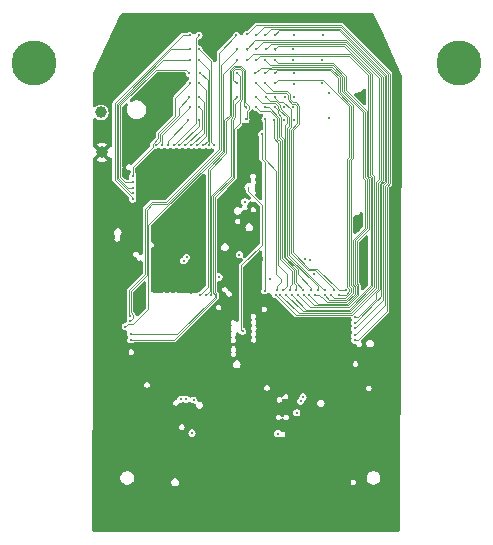
<source format=gbr>
G04 #@! TF.GenerationSoftware,KiCad,Pcbnew,9.0.5*
G04 #@! TF.CreationDate,2025-10-24T14:39:15-07:00*
G04 #@! TF.ProjectId,iris-128b,69726973-2d31-4323-9862-2e6b69636164,rev?*
G04 #@! TF.SameCoordinates,Original*
G04 #@! TF.FileFunction,Copper,L6,Inr*
G04 #@! TF.FilePolarity,Positive*
%FSLAX46Y46*%
G04 Gerber Fmt 4.6, Leading zero omitted, Abs format (unit mm)*
G04 Created by KiCad (PCBNEW 9.0.5) date 2025-10-24 14:39:15*
%MOMM*%
%LPD*%
G01*
G04 APERTURE LIST*
G04 #@! TA.AperFunction,ComponentPad*
%ADD10C,3.800000*%
G04 #@! TD*
G04 #@! TA.AperFunction,ComponentPad*
%ADD11C,1.000000*%
G04 #@! TD*
G04 #@! TA.AperFunction,ViaPad*
%ADD12C,0.304800*%
G04 #@! TD*
G04 #@! TA.AperFunction,ViaPad*
%ADD13C,0.600000*%
G04 #@! TD*
G04 #@! TA.AperFunction,Conductor*
%ADD14C,0.076200*%
G04 #@! TD*
G04 APERTURE END LIST*
D10*
X96650000Y-82485000D03*
D11*
X102380000Y-90030000D03*
X102334060Y-86647020D03*
D10*
X132650000Y-82485000D03*
D12*
X114287500Y-105193306D03*
D13*
X114575000Y-121225000D03*
X105920000Y-91170000D03*
D12*
X114975000Y-95750000D03*
D13*
X126325000Y-116650000D03*
X113627646Y-108979260D03*
X104479560Y-116644300D03*
X114925000Y-91325000D03*
X114950000Y-108510000D03*
X124960000Y-108530000D03*
D12*
X114042120Y-96500000D03*
D13*
X104575000Y-80425000D03*
X112660000Y-110570000D03*
X103400000Y-93150000D03*
X124000000Y-96500000D03*
X104560000Y-108530000D03*
X104680000Y-115660000D03*
X115740000Y-99090000D03*
X105900000Y-84975000D03*
X105675000Y-103300000D03*
X114575000Y-102050000D03*
X116794300Y-110913030D03*
X127025000Y-94025000D03*
X113020000Y-103420000D03*
X107240000Y-111110000D03*
X124450000Y-85300000D03*
X107362751Y-99079640D03*
X114925000Y-79200000D03*
X115410000Y-110290000D03*
X124375000Y-100500000D03*
D12*
X123800000Y-95600000D03*
X105000000Y-96600000D03*
X114025000Y-98700000D03*
X114488596Y-94226850D03*
X119986629Y-99136631D03*
X119407432Y-110754160D03*
X109550000Y-98900000D03*
X109050000Y-110950000D03*
X109300000Y-99227240D03*
X109500000Y-110950000D03*
X119586414Y-99113586D03*
X119200000Y-111100000D03*
X118878861Y-112090164D03*
X112300000Y-100600000D03*
X120350000Y-100300000D03*
X110150000Y-111000000D03*
X121100000Y-80100000D03*
X121600000Y-87150000D03*
X121625000Y-85050000D03*
X121010680Y-82209640D03*
X121000000Y-84200000D03*
X115409980Y-82204560D03*
X118950000Y-102120000D03*
X119460000Y-102120000D03*
X117000000Y-82200001D03*
X117033040Y-81285080D03*
X118000000Y-102130000D03*
X115370864Y-83323176D03*
X120410000Y-102140000D03*
X114644100Y-82245360D03*
X118470000Y-102130000D03*
X123780000Y-103970000D03*
X114701320Y-81295240D03*
X121760000Y-102110000D03*
X117006624Y-83341464D03*
X116207540Y-82209640D03*
X119930000Y-102140000D03*
X117000000Y-84200000D03*
X122420000Y-102110000D03*
X121230000Y-102120000D03*
X116205000Y-83324192D03*
X117000000Y-80100000D03*
X123770000Y-104450000D03*
X116270514Y-81295212D03*
X117490000Y-102110000D03*
X115453160Y-81305400D03*
X117087499Y-102087498D03*
X116175000Y-80100000D03*
X123780000Y-104950000D03*
X123770000Y-105520000D03*
X115450000Y-80100000D03*
X123790000Y-105940000D03*
X114644100Y-80064114D03*
X109702783Y-87300616D03*
X107948570Y-89443550D03*
X110600000Y-81315560D03*
X111898570Y-89443550D03*
X110600000Y-87302848D03*
X108948570Y-89443550D03*
X109787802Y-83364974D03*
X104998570Y-92543550D03*
X109800000Y-82200000D03*
X104998570Y-93043550D03*
X109800000Y-86200000D03*
X107448570Y-89443550D03*
X110600000Y-85364320D03*
X109948570Y-89443550D03*
X110686537Y-83313464D03*
X110948570Y-89443550D03*
X109855000Y-81325720D03*
X104999185Y-93495760D03*
X109793134Y-85370306D03*
X106948570Y-89443550D03*
X110600000Y-82200000D03*
X111448570Y-89443550D03*
X109800000Y-80133500D03*
X105000000Y-94000000D03*
X110600000Y-86200000D03*
X109448570Y-89443550D03*
X110600000Y-80133500D03*
X108448570Y-89443550D03*
X110600000Y-84200000D03*
X110398570Y-89443550D03*
X109800000Y-84200000D03*
X104998570Y-92043550D03*
X110012171Y-113812171D03*
X117796604Y-87301297D03*
X118608856Y-84215224D03*
X118625000Y-80100000D03*
X118604151Y-85345851D03*
X117852629Y-85341700D03*
X118600000Y-86200000D03*
X118562500Y-81314672D03*
X118600000Y-82200000D03*
X118645432Y-87293704D03*
X118622064Y-83366356D03*
X117805200Y-86210140D03*
X113800000Y-82200000D03*
X104361414Y-104813586D03*
X113786920Y-81285080D03*
X104780000Y-104325000D03*
X114575000Y-86225000D03*
X111160000Y-102140000D03*
X113800000Y-85341700D03*
X111660000Y-102160000D03*
X113833300Y-83297776D03*
X104820000Y-105430000D03*
X117267200Y-113858300D03*
X113786800Y-84188260D03*
X104840000Y-105920000D03*
X113776940Y-80123060D03*
X104780000Y-103920000D03*
X114570256Y-87259160D03*
X110650000Y-102140000D03*
X115912500Y-88487500D03*
X116170000Y-101770000D03*
X116997790Y-86197790D03*
X119450000Y-101700000D03*
X116200000Y-84200000D03*
X123070000Y-101700000D03*
X116949084Y-87276255D03*
X117725000Y-101700000D03*
X117028402Y-85348137D03*
X121297171Y-101697171D03*
X115412520Y-86212680D03*
X118277500Y-101697500D03*
X116199920Y-86205060D03*
X118850000Y-101680000D03*
X116238020Y-85346540D03*
X120650000Y-101700000D03*
X115403376Y-84194904D03*
X122062500Y-101687500D03*
X115388220Y-85363219D03*
X120077500Y-101702500D03*
X116200936Y-87247984D03*
X117203328Y-101696672D03*
X116615784Y-100765784D03*
D14*
X114160700Y-105066506D02*
X114287500Y-105193306D01*
X115925000Y-97847722D02*
X114160700Y-99612022D01*
X114751104Y-93320512D02*
X115925000Y-94494408D01*
X114751104Y-92983304D02*
X114751104Y-93320512D01*
X114160700Y-99612022D02*
X114160700Y-105066506D01*
X115925000Y-94494408D02*
X115925000Y-97847722D01*
X124945783Y-92014077D02*
X125135600Y-92203894D01*
X123299770Y-81852400D02*
X124945783Y-83498413D01*
X124945783Y-83498413D02*
X124945783Y-92014077D01*
X119989600Y-103159600D02*
X118950000Y-102120000D01*
X123280727Y-103159600D02*
X119989600Y-103159600D01*
X115409980Y-82204560D02*
X115762140Y-81852400D01*
X125135600Y-92203894D02*
X125135600Y-101304727D01*
X115762140Y-81852400D02*
X123299770Y-81852400D01*
X125135600Y-101304727D02*
X123280727Y-103159600D01*
X123217601Y-103007200D02*
X120347200Y-103007200D01*
X117000000Y-82200001D02*
X117290055Y-82490056D01*
X120347200Y-103007200D02*
X119460000Y-102120000D01*
X121971108Y-82490056D02*
X123040700Y-83559648D01*
X117290055Y-82490056D02*
X121971108Y-82490056D01*
X124983200Y-92267020D02*
X124983200Y-96533761D01*
X123040700Y-83559648D02*
X123040700Y-84784648D01*
X123040700Y-84784648D02*
X124793383Y-86537331D01*
X124098700Y-101273899D02*
X124098700Y-102126101D01*
X123952400Y-101127599D02*
X124098700Y-101273899D01*
X123952400Y-97564561D02*
X123952400Y-101127599D01*
X124983200Y-96533761D02*
X123952400Y-97564561D01*
X124793383Y-86537331D02*
X124793383Y-92077203D01*
X124793383Y-92077203D02*
X124983200Y-92267020D01*
X124098700Y-102126101D02*
X123217601Y-103007200D01*
X119372400Y-103502400D02*
X123368979Y-103502400D01*
X122885622Y-81007200D02*
X117310920Y-81007200D01*
X125440400Y-101430979D02*
X125440400Y-92077642D01*
X123368979Y-103502400D02*
X125440400Y-101430979D01*
X125250583Y-91887825D02*
X125250583Y-83372161D01*
X117310920Y-81007200D02*
X117025000Y-81293120D01*
X125250583Y-83372161D02*
X122885622Y-81007200D01*
X118000000Y-102130000D02*
X119372400Y-103502400D01*
X117025000Y-81293120D02*
X117025000Y-81350000D01*
X125440400Y-92077642D02*
X125250583Y-91887825D01*
X123091349Y-102702400D02*
X121435229Y-102702400D01*
X122700000Y-84875000D02*
X124488583Y-86663583D01*
X115819040Y-82875000D02*
X116684474Y-82875000D01*
X124488583Y-86663583D02*
X124488583Y-92203455D01*
X121057829Y-102325000D02*
X120963300Y-102325000D01*
X120963300Y-102325000D02*
X120778300Y-102140000D01*
X116684474Y-82875000D02*
X116764618Y-82794856D01*
X122700000Y-83650000D02*
X122700000Y-84875000D01*
X123632200Y-101238451D02*
X123793900Y-101400151D01*
X116764618Y-82794856D02*
X121844856Y-82794856D01*
X123793900Y-101400151D02*
X123793900Y-101999849D01*
X123632200Y-97453709D02*
X123632200Y-101238451D01*
X124678400Y-92393272D02*
X124678400Y-96407509D01*
X124488583Y-92203455D02*
X124678400Y-92393272D01*
X115370864Y-83323176D02*
X115819040Y-82875000D01*
X123793900Y-101999849D02*
X123091349Y-102702400D01*
X121844856Y-82794856D02*
X122700000Y-83650000D01*
X120778300Y-102140000D02*
X120410000Y-102140000D01*
X124678400Y-96407509D02*
X123632200Y-97453709D01*
X121435229Y-102702400D02*
X121057829Y-102325000D01*
X119690000Y-103350000D02*
X118470000Y-102130000D01*
X123305853Y-103350000D02*
X119690000Y-103350000D01*
X125098183Y-83435287D02*
X125098183Y-91950951D01*
X123362896Y-81700000D02*
X125098183Y-83435287D01*
X125098183Y-91950951D02*
X125288000Y-92140768D01*
X115189460Y-81700000D02*
X123362896Y-81700000D01*
X125288000Y-101367853D02*
X123305853Y-103350000D01*
X114644100Y-82245360D02*
X115189460Y-81700000D01*
X125288000Y-92140768D02*
X125288000Y-101367853D01*
X123780000Y-103970000D02*
X124089474Y-103970000D01*
X125897600Y-92681640D02*
X126160500Y-92418740D01*
X126160500Y-92418740D02*
X126160500Y-83635500D01*
X125897600Y-101642926D02*
X125897600Y-92681640D01*
X125625000Y-101915526D02*
X125897600Y-101642926D01*
X126160500Y-83635500D02*
X123075000Y-80550000D01*
X114650000Y-81261874D02*
X114650000Y-81350000D01*
X124089474Y-103970000D02*
X125625000Y-102434474D01*
X125625000Y-102434474D02*
X125625000Y-101915526D01*
X115361874Y-80550000D02*
X114650000Y-81261874D01*
X123075000Y-80550000D02*
X115361874Y-80550000D01*
X123327400Y-90649826D02*
X123327400Y-101364703D01*
X123489100Y-90488126D02*
X123327400Y-90649826D01*
X121718604Y-83099656D02*
X122350000Y-83731052D01*
X122985997Y-102376700D02*
X122026700Y-102376700D01*
X122350000Y-84956052D02*
X123489100Y-86095152D01*
X117248432Y-83099656D02*
X121718604Y-83099656D01*
X123489100Y-86095152D02*
X123489100Y-90488126D01*
X122026700Y-102376700D02*
X121760000Y-102110000D01*
X117006624Y-83341464D02*
X117248432Y-83099656D01*
X122350000Y-83731052D02*
X122350000Y-84956052D01*
X123489100Y-101873597D02*
X122985997Y-102376700D01*
X123327400Y-101364703D02*
X123489100Y-101526403D01*
X123489100Y-101526403D02*
X123489100Y-101873597D01*
X123154475Y-102854800D02*
X120644800Y-102854800D01*
X124830800Y-92330146D02*
X124830800Y-96470635D01*
X124640983Y-92140329D02*
X124830800Y-92330146D01*
X122888300Y-83622774D02*
X122888300Y-84847774D01*
X123946300Y-101337025D02*
X123946300Y-102062975D01*
X120644800Y-102854800D02*
X119930000Y-102140000D01*
X124830800Y-96470635D02*
X123800000Y-97501435D01*
X123800000Y-101190725D02*
X123946300Y-101337025D01*
X123946300Y-102062975D02*
X123154475Y-102854800D01*
X123800000Y-97501435D02*
X123800000Y-101190725D01*
X121907982Y-82642456D02*
X122888300Y-83622774D01*
X116640356Y-82642456D02*
X121907982Y-82642456D01*
X124640983Y-86600457D02*
X124640983Y-92140329D01*
X116207540Y-82209640D02*
X116640356Y-82642456D01*
X122888300Y-84847774D02*
X124640983Y-86600457D01*
X123336700Y-101589529D02*
X123175000Y-101427829D01*
X121086722Y-83908300D02*
X117291700Y-83908300D01*
X123336700Y-90425000D02*
X123336700Y-86158278D01*
X123175000Y-90586700D02*
X123336700Y-90425000D01*
X122420000Y-102110000D02*
X123037171Y-102110000D01*
X117266700Y-83933300D02*
X117000000Y-84200000D01*
X123336700Y-86158278D02*
X121086722Y-83908300D01*
X123336700Y-101810471D02*
X123336700Y-101589529D01*
X123175000Y-101427829D02*
X123175000Y-90586700D01*
X123037171Y-102110000D02*
X123336700Y-101810471D01*
X116501792Y-83027400D02*
X116747600Y-83027400D01*
X122525000Y-83690526D02*
X122525000Y-84915526D01*
X123049123Y-102529100D02*
X121639100Y-102529100D01*
X123479800Y-90712952D02*
X123479800Y-101301577D01*
X123650000Y-86040526D02*
X123650000Y-90542752D01*
X116747600Y-83027400D02*
X116827744Y-82947256D01*
X121781730Y-82947256D02*
X122525000Y-83690526D01*
X123641500Y-101463277D02*
X123641500Y-101936723D01*
X122525000Y-84915526D02*
X123650000Y-86040526D01*
X116827744Y-82947256D02*
X121781730Y-82947256D01*
X123479800Y-101301577D02*
X123641500Y-101463277D01*
X121639100Y-102529100D02*
X121230000Y-102120000D01*
X123650000Y-90542752D02*
X123479800Y-90712952D01*
X123641500Y-101936723D02*
X123049123Y-102529100D01*
X116205000Y-83324192D02*
X116501792Y-83027400D01*
X117000000Y-80100000D02*
X117375000Y-79725000D01*
X126312900Y-92481866D02*
X126050000Y-92744766D01*
X122465526Y-79725000D02*
X126312900Y-83572374D01*
X126312900Y-83572374D02*
X126312900Y-92481866D01*
X123825000Y-104450000D02*
X123770000Y-104450000D01*
X125785900Y-102489100D02*
X123825000Y-104450000D01*
X126050000Y-102225000D02*
X125737500Y-102537500D01*
X126050000Y-92744766D02*
X126050000Y-102225000D01*
X117375000Y-79725000D02*
X122465526Y-79725000D01*
X119034800Y-103654800D02*
X123432105Y-103654800D01*
X122948748Y-80854800D02*
X125855700Y-83761752D01*
X117490000Y-102110000D02*
X119034800Y-103654800D01*
X125592800Y-101494104D02*
X125293452Y-101793452D01*
X123432105Y-103654800D02*
X125328700Y-101758205D01*
X125855700Y-92292488D02*
X125592800Y-92555388D01*
X116270514Y-81295212D02*
X116710926Y-80854800D01*
X125855700Y-83761752D02*
X125855700Y-92292488D01*
X116710926Y-80854800D02*
X122948748Y-80854800D01*
X125592800Y-92555388D02*
X125592800Y-101494104D01*
X123517800Y-103807200D02*
X118807201Y-103807200D01*
X118807201Y-103807200D02*
X117087499Y-102087498D01*
X115453160Y-81305400D02*
X116056160Y-80702400D01*
X126008100Y-83698626D02*
X126008100Y-92355614D01*
X126008100Y-92355614D02*
X125745200Y-92618514D01*
X123011874Y-80702400D02*
X126008100Y-83698626D01*
X125745200Y-92618514D02*
X125745200Y-101579800D01*
X116056160Y-80702400D02*
X123011874Y-80702400D01*
X125745200Y-101579800D02*
X123517800Y-103807200D01*
X126202400Y-92807892D02*
X126202400Y-102527600D01*
X122528652Y-79572600D02*
X126465300Y-83509248D01*
X126465300Y-83509248D02*
X126465300Y-92544992D01*
X116175000Y-80100000D02*
X116702400Y-79572600D01*
X126465300Y-92544992D02*
X126202400Y-92807892D01*
X116702400Y-79572600D02*
X122528652Y-79572600D01*
X126202400Y-102527600D02*
X123780000Y-104950000D01*
X126354800Y-102954608D02*
X123789408Y-105520000D01*
X126354800Y-92871018D02*
X126354800Y-102954608D01*
X115450000Y-80100000D02*
X116129800Y-79420200D01*
X123789408Y-105520000D02*
X123770000Y-105520000D01*
X126617700Y-83446122D02*
X126617700Y-92608118D01*
X122591778Y-79420200D02*
X126617700Y-83446122D01*
X126617700Y-92608118D02*
X126354800Y-92871018D01*
X116129800Y-79420200D02*
X122591778Y-79420200D01*
X126507200Y-92934144D02*
X126770100Y-92671244D01*
X115440414Y-79267800D02*
X115339300Y-79368914D01*
X126770100Y-83382996D02*
X122654904Y-79267800D01*
X126770100Y-92671244D02*
X126770100Y-85075000D01*
X124029408Y-105940000D02*
X126507200Y-103462208D01*
X126770100Y-85145100D02*
X126770100Y-83382996D01*
X115339300Y-79368914D02*
X115339300Y-79371609D01*
X126507200Y-103462208D02*
X126507200Y-92934144D01*
X123790000Y-105940000D02*
X124029408Y-105940000D01*
X115339300Y-79371609D02*
X114646795Y-80064114D01*
X114646795Y-80064114D02*
X114644100Y-80064114D01*
X122654904Y-79267800D02*
X115440414Y-79267800D01*
X107948570Y-89054829D02*
X107948570Y-89443550D01*
X109702783Y-87300616D02*
X107948570Y-89054829D01*
X111628700Y-89173680D02*
X111898570Y-89443550D01*
X111628700Y-82344260D02*
X111628700Y-89173680D01*
X110600000Y-81315560D02*
X111628700Y-82344260D01*
X110600000Y-87792120D02*
X108948570Y-89443550D01*
X110600000Y-87302848D02*
X110600000Y-87792120D01*
X103925000Y-86075000D02*
X103925000Y-92152168D01*
X104316382Y-92543550D02*
X104998570Y-92543550D01*
X106950000Y-83050000D02*
X103925000Y-86075000D01*
X103925000Y-92152168D02*
X104316382Y-92543550D01*
X109472828Y-83050000D02*
X106950000Y-83050000D01*
X109787802Y-83364974D02*
X109472828Y-83050000D01*
X103772600Y-86011874D02*
X107584474Y-82200000D01*
X104600856Y-93043550D02*
X103772600Y-92215294D01*
X107584474Y-82200000D02*
X109800000Y-82200000D01*
X104998570Y-93043550D02*
X104600856Y-93043550D01*
X103772600Y-92215294D02*
X103772600Y-86011874D01*
X107448570Y-89443550D02*
X107448570Y-88551430D01*
X107448570Y-88551430D02*
X109800000Y-86200000D01*
X111019100Y-88373020D02*
X109948570Y-89443550D01*
X110600000Y-85364320D02*
X111019100Y-85783420D01*
X111019100Y-85783420D02*
X111019100Y-88373020D01*
X110686537Y-83313464D02*
X111323900Y-83950827D01*
X111323900Y-83950827D02*
X111323900Y-89068220D01*
X111323900Y-89068220D02*
X110948570Y-89443550D01*
X104837540Y-93495760D02*
X104999185Y-93495760D01*
X108243228Y-81325720D02*
X103620200Y-85948748D01*
X103620200Y-92278420D02*
X104837540Y-93495760D01*
X103620200Y-85948748D02*
X103620200Y-92278420D01*
X109855000Y-81325720D02*
X108243228Y-81325720D01*
X108875000Y-86288440D02*
X108875000Y-86909474D01*
X107296170Y-89095950D02*
X106948570Y-89443550D01*
X107296170Y-88488304D02*
X107296170Y-89095950D01*
X109793134Y-85370306D02*
X108875000Y-86288440D01*
X108875000Y-86909474D02*
X107296170Y-88488304D01*
X111476300Y-83063860D02*
X110612440Y-82200000D01*
X111476300Y-89415820D02*
X111476300Y-83063860D01*
X111448570Y-89443550D02*
X111476300Y-89415820D01*
X110612440Y-82200000D02*
X110600000Y-82200000D01*
X109800000Y-80133500D02*
X109219922Y-80133500D01*
X109219922Y-80133500D02*
X103467800Y-85885622D01*
X105000000Y-93873746D02*
X105000000Y-94000000D01*
X103467800Y-85885622D02*
X103467800Y-92341546D01*
X103467800Y-92341546D02*
X105000000Y-93873746D01*
X110866700Y-88025420D02*
X110866700Y-86466700D01*
X109448570Y-89443550D02*
X110866700Y-88025420D01*
X110866700Y-86466700D02*
X110600000Y-86200000D01*
X110600000Y-80133500D02*
X110333300Y-80400200D01*
X110333300Y-80400200D02*
X110333300Y-87558820D01*
X110333300Y-87558820D02*
X108448570Y-89443550D01*
X110398570Y-89443550D02*
X111171500Y-88670620D01*
X111171500Y-88670620D02*
X111171500Y-84771500D01*
X111171500Y-84771500D02*
X110600000Y-84200000D01*
X106681870Y-89593130D02*
X106681870Y-89318130D01*
X104998570Y-91276430D02*
X106681870Y-89593130D01*
X108575000Y-86993948D02*
X108575000Y-85425000D01*
X107143770Y-88425178D02*
X108575000Y-86993948D01*
X106681870Y-89318130D02*
X107143770Y-88856230D01*
X104998570Y-92043550D02*
X104998570Y-91276430D01*
X108575000Y-85425000D02*
X109800000Y-84200000D01*
X107143770Y-88856230D02*
X107143770Y-88425178D01*
X113800000Y-82200000D02*
X112600000Y-83400000D01*
X104583300Y-104591700D02*
X104361414Y-104813586D01*
X106317670Y-96192330D02*
X106317670Y-103284501D01*
X105010471Y-104591700D02*
X104583300Y-104591700D01*
X112600000Y-89910000D02*
X106317670Y-96192330D01*
X106317670Y-103284501D02*
X105010471Y-104591700D01*
X112600000Y-83400000D02*
X112600000Y-89910000D01*
X112447600Y-89846874D02*
X107873574Y-94420900D01*
X104812400Y-101793126D02*
X104812400Y-103575229D01*
X105046700Y-104058300D02*
X104780000Y-104325000D01*
X112447600Y-82624400D02*
X112447600Y-89846874D01*
X113786920Y-81285080D02*
X112447600Y-82624400D01*
X106654370Y-94420900D02*
X106165270Y-94910000D01*
X107873574Y-94420900D02*
X106654370Y-94420900D01*
X105046700Y-103809529D02*
X105046700Y-104058300D01*
X104812400Y-103575229D02*
X105046700Y-103809529D01*
X106165270Y-100440256D02*
X104812400Y-101793126D01*
X106165270Y-94910000D02*
X106165270Y-100440256D01*
X111502400Y-91513126D02*
X112904800Y-90110726D01*
X113342800Y-86943446D02*
X113342800Y-83118206D01*
X111502400Y-101797600D02*
X111502400Y-91513126D01*
X111160000Y-102140000D02*
X111502400Y-101797600D01*
X114379800Y-83114566D02*
X114379800Y-86079800D01*
X114110890Y-82845656D02*
X114379800Y-83114566D01*
X113615350Y-82845656D02*
X114110890Y-82845656D01*
X112904800Y-87381446D02*
X113342800Y-86943446D01*
X113342800Y-83118206D02*
X113615350Y-82845656D01*
X112904800Y-90110726D02*
X112904800Y-87381446D01*
X114379800Y-86079800D02*
X114575000Y-86275000D01*
X113295200Y-87206572D02*
X113295200Y-92073748D01*
X111654800Y-102154800D02*
X111660000Y-102160000D01*
X111654800Y-93714148D02*
X111654800Y-102154800D01*
X113295200Y-92073748D02*
X111654800Y-93714148D01*
X113800000Y-85341700D02*
X113495200Y-85646500D01*
X113495200Y-87006572D02*
X113295200Y-87206572D01*
X113495200Y-85646500D02*
X113495200Y-87006572D01*
X111807200Y-101930029D02*
X111926700Y-102049529D01*
X108767171Y-105430000D02*
X104922829Y-105430000D01*
X113647600Y-87069698D02*
X113447600Y-87269698D01*
X113447600Y-92136874D02*
X111807200Y-93777274D01*
X111926700Y-102049529D02*
X111926700Y-102270471D01*
X114075000Y-85502171D02*
X113647600Y-85929571D01*
X114075000Y-83539476D02*
X114075000Y-85502171D01*
X113647600Y-85929571D02*
X113647600Y-87069698D01*
X111926700Y-102270471D02*
X108767171Y-105430000D01*
X113833300Y-83297776D02*
X114075000Y-83539476D01*
X111807200Y-93777274D02*
X111807200Y-101930029D01*
X113447600Y-87269698D02*
X113447600Y-92136874D01*
X113678476Y-82998056D02*
X114047764Y-82998056D01*
X113600000Y-92200000D02*
X111959600Y-93840400D01*
X112079100Y-102333597D02*
X108492697Y-105920000D01*
X114047764Y-82998056D02*
X114227400Y-83177692D01*
X114227400Y-83177692D02*
X114227400Y-85565297D01*
X108492697Y-105920000D02*
X104840000Y-105920000D01*
X112079100Y-101986403D02*
X112079100Y-102333597D01*
X114047600Y-87577400D02*
X113600000Y-88025000D01*
X111959600Y-101866903D02*
X112079100Y-101986403D01*
X113495200Y-83896660D02*
X113495200Y-83181332D01*
X114047600Y-85745097D02*
X114047600Y-87577400D01*
X111959600Y-93840400D02*
X111959600Y-101866903D01*
X113786800Y-84188260D02*
X113495200Y-83896660D01*
X113495200Y-83181332D02*
X113678476Y-82998056D01*
X114227400Y-85565297D02*
X114047600Y-85745097D01*
X113600000Y-88025000D02*
X113600000Y-92200000D01*
X107810448Y-94268500D02*
X106591244Y-94268500D01*
X106012870Y-100377130D02*
X104660000Y-101730000D01*
X113776940Y-80123060D02*
X112295200Y-81604800D01*
X106012870Y-94846874D02*
X106012870Y-100377130D01*
X112295200Y-81604800D02*
X112295200Y-89783748D01*
X104660000Y-101730000D02*
X104660000Y-103800000D01*
X112295200Y-89783748D02*
X107810448Y-94268500D01*
X106591244Y-94268500D02*
X106012870Y-94846874D01*
X104660000Y-103800000D02*
X104780000Y-103920000D01*
X114841700Y-86335471D02*
X114841700Y-86114529D01*
X111350000Y-91450000D02*
X111350000Y-101440000D01*
X114841700Y-86114529D02*
X114532200Y-85805029D01*
X112752400Y-90047600D02*
X111350000Y-91450000D01*
X112752400Y-87318320D02*
X112752400Y-90047600D01*
X114650000Y-87179416D02*
X114650000Y-86527171D01*
X114570256Y-87259160D02*
X114650000Y-87179416D01*
X111350000Y-101440000D02*
X110650000Y-102140000D01*
X114532200Y-85805029D02*
X114532200Y-83051440D01*
X114532200Y-83051440D02*
X114174016Y-82693256D01*
X113190400Y-86880320D02*
X112752400Y-87318320D01*
X113552224Y-82693256D02*
X113190400Y-83055080D01*
X114174016Y-82693256D02*
X113552224Y-82693256D01*
X114650000Y-86527171D02*
X114841700Y-86335471D01*
X113190400Y-83055080D02*
X113190400Y-86880320D01*
X116170000Y-90850000D02*
X116170000Y-101770000D01*
X115912500Y-90592500D02*
X116170000Y-90850000D01*
X115912500Y-88487500D02*
X115912500Y-90592500D01*
X117529800Y-88670174D02*
X117764400Y-88904774D01*
X117764400Y-88904774D02*
X117764400Y-98933348D01*
X116997790Y-86197790D02*
X117250000Y-86450000D01*
X117250000Y-86750000D02*
X117529800Y-87029800D01*
X117764400Y-98933348D02*
X118795300Y-99964248D01*
X118795300Y-101045300D02*
X119450000Y-101700000D01*
X117529800Y-87029800D02*
X117529800Y-88670174D01*
X117250000Y-86450000D02*
X117250000Y-86750000D01*
X118795300Y-99964248D02*
X118795300Y-101045300D01*
X119911952Y-99880900D02*
X118526400Y-98495348D01*
X122400000Y-101647829D02*
X120633071Y-99880900D01*
X118526400Y-88191297D02*
X119069100Y-87648597D01*
X118283300Y-85121060D02*
X118037240Y-84875000D01*
X122450000Y-101700000D02*
X122400000Y-101650000D01*
X118773597Y-85780900D02*
X118553729Y-85780900D01*
X118553729Y-85780900D02*
X118283300Y-85510471D01*
X119069100Y-87648597D02*
X119069100Y-86076403D01*
X120633071Y-99880900D02*
X119911952Y-99880900D01*
X122400000Y-101650000D02*
X122400000Y-101647829D01*
X118037240Y-84875000D02*
X116875000Y-84875000D01*
X116875000Y-84875000D02*
X116200000Y-84200000D01*
X118283300Y-85510471D02*
X118283300Y-85121060D01*
X119069100Y-86076403D02*
X118773597Y-85780900D01*
X123070000Y-101700000D02*
X122450000Y-101700000D01*
X118526400Y-98495348D02*
X118526400Y-88191297D01*
X118038630Y-101386370D02*
X117725000Y-101700000D01*
X116949084Y-88866884D02*
X117307200Y-89225000D01*
X117307200Y-99575000D02*
X118038630Y-100306430D01*
X118038630Y-100306430D02*
X118038630Y-101386370D01*
X116949084Y-87276255D02*
X116949084Y-88866884D01*
X117307200Y-89225000D02*
X117307200Y-99575000D01*
X118375000Y-86372829D02*
X118375000Y-87875000D01*
X118375000Y-87875000D02*
X118221600Y-88028400D01*
X117357226Y-85741700D02*
X117743871Y-85741700D01*
X121172171Y-101697171D02*
X121297171Y-101697171D01*
X117743871Y-85741700D02*
X118375000Y-86372829D01*
X118221600Y-98743970D02*
X120950000Y-101472370D01*
X120950000Y-101472370D02*
X120950000Y-101475000D01*
X117028402Y-85412876D02*
X117357226Y-85741700D01*
X118221600Y-88028400D02*
X118221600Y-98743970D01*
X120950000Y-101475000D02*
X121172171Y-101697171D01*
X117028402Y-85348137D02*
X117028402Y-85412876D01*
X117459600Y-89111874D02*
X117459600Y-99059600D01*
X118490500Y-100090500D02*
X118490500Y-101159500D01*
X117225000Y-87175000D02*
X117225000Y-88877274D01*
X115412520Y-86212680D02*
X115763040Y-86563200D01*
X116613200Y-86563200D02*
X117225000Y-87175000D01*
X117459600Y-99059600D02*
X118490500Y-100090500D01*
X115763040Y-86563200D02*
X116613200Y-86563200D01*
X117225000Y-88877274D02*
X117459600Y-89111874D01*
X118277500Y-101372500D02*
X118277500Y-101697500D01*
X118490500Y-101159500D02*
X118277500Y-101372500D01*
X118850000Y-101315526D02*
X118850000Y-101680000D01*
X117377400Y-88733300D02*
X117612000Y-88967900D01*
X116489534Y-86205060D02*
X117377400Y-87092926D01*
X118642900Y-100027374D02*
X118642900Y-101108426D01*
X116199920Y-86205060D02*
X116489534Y-86205060D01*
X117377400Y-87092926D02*
X117377400Y-88733300D01*
X117612000Y-88967900D02*
X117612000Y-98996474D01*
X117612000Y-98996474D02*
X118642900Y-100027374D01*
X118642900Y-101108426D02*
X118850000Y-101315526D01*
X117091700Y-85691700D02*
X117427400Y-86027400D01*
X118069200Y-98807096D02*
X120650000Y-101387896D01*
X117554800Y-86352424D02*
X118219100Y-87016724D01*
X116583180Y-85691700D02*
X117091700Y-85691700D01*
X116238020Y-85346540D02*
X116583180Y-85691700D01*
X118219100Y-87016724D02*
X118219100Y-87815374D01*
X117554800Y-86323748D02*
X117554800Y-86352424D01*
X118069200Y-87965274D02*
X118069200Y-98807096D01*
X120650000Y-101387896D02*
X120650000Y-101700000D01*
X117427400Y-86027400D02*
X117427400Y-86196348D01*
X118219100Y-87815374D02*
X118069200Y-87965274D01*
X117427400Y-86196348D02*
X117554800Y-86323748D01*
X118916700Y-87585471D02*
X118374000Y-88128171D01*
X118374000Y-88128171D02*
X118374000Y-98558474D01*
X118490603Y-85933300D02*
X118710471Y-85933300D01*
X118125000Y-85567697D02*
X118490603Y-85933300D01*
X119848826Y-100033300D02*
X120460471Y-100033300D01*
X116235872Y-85027400D02*
X117974114Y-85027400D01*
X122062500Y-101635329D02*
X122062500Y-101687500D01*
X118710471Y-85933300D02*
X118916700Y-86139529D01*
X115403376Y-84194904D02*
X116235872Y-85027400D01*
X117974114Y-85027400D02*
X118125000Y-85178286D01*
X118125000Y-85178286D02*
X118125000Y-85567697D01*
X118916700Y-86139529D02*
X118916700Y-87585471D01*
X118374000Y-98558474D02*
X119848826Y-100033300D01*
X120460471Y-100033300D02*
X122062500Y-101635329D01*
X117916800Y-87703578D02*
X117916800Y-98870222D01*
X117275000Y-86097829D02*
X117275000Y-86259474D01*
X117402400Y-86415550D02*
X118063304Y-87076454D01*
X118947700Y-99901122D02*
X118947700Y-100373752D01*
X117079571Y-85902400D02*
X117275000Y-86097829D01*
X118063304Y-87557074D02*
X117916800Y-87703578D01*
X117275000Y-86259474D02*
X117402400Y-86386874D01*
X117402400Y-86386874D02*
X117402400Y-86415550D01*
X115388220Y-85363219D02*
X115927401Y-85902400D01*
X115927401Y-85902400D02*
X117079571Y-85902400D01*
X117916800Y-98870222D02*
X118947700Y-99901122D01*
X118063304Y-87076454D02*
X118063304Y-87557074D01*
X120077500Y-101503552D02*
X120077500Y-101702500D01*
X118947700Y-100373752D02*
X120077500Y-101503552D01*
X117203328Y-101373843D02*
X117203328Y-101696672D01*
X116200000Y-90625000D02*
X117154800Y-91579800D01*
X117154800Y-100360392D02*
X117520956Y-100726548D01*
X117154800Y-91579800D02*
X117154800Y-100360392D01*
X116200936Y-87247984D02*
X116200000Y-87248920D01*
X117520956Y-100726548D02*
X117520956Y-101056215D01*
X117520956Y-101056215D02*
X117203328Y-101373843D01*
X116200000Y-87248920D02*
X116200000Y-90625000D01*
G04 #@! TA.AperFunction,Conductor*
G36*
X125391698Y-78305784D02*
G01*
X125447114Y-78361200D01*
X125453936Y-78374490D01*
X126077844Y-79753655D01*
X127736436Y-83420018D01*
X127749893Y-83482909D01*
X127625521Y-121998589D01*
X127604993Y-122074223D01*
X127549398Y-122129460D01*
X127474122Y-122149500D01*
X101726641Y-122149500D01*
X101650941Y-122129216D01*
X101595525Y-122073800D01*
X101575241Y-121998100D01*
X101575241Y-121997905D01*
X101580799Y-117680926D01*
X103943300Y-117680926D01*
X103982600Y-117827597D01*
X104058522Y-117959098D01*
X104058524Y-117959101D01*
X104165898Y-118066475D01*
X104165901Y-118066477D01*
X104297402Y-118142399D01*
X104444074Y-118181700D01*
X104444076Y-118181700D01*
X104595925Y-118181700D01*
X104669261Y-118162049D01*
X104742598Y-118142399D01*
X104874102Y-118066475D01*
X104965577Y-117975000D01*
X108242042Y-117975000D01*
X108258171Y-118066475D01*
X108262122Y-118088878D01*
X108288952Y-118135351D01*
X108319937Y-118189019D01*
X108319938Y-118189020D01*
X108319939Y-118189021D01*
X108408521Y-118263350D01*
X108408522Y-118263350D01*
X108408523Y-118263351D01*
X108517182Y-118302900D01*
X108632817Y-118302900D01*
X108632818Y-118302900D01*
X108741479Y-118263350D01*
X108830061Y-118189021D01*
X108887878Y-118088878D01*
X108907958Y-117975000D01*
X123443712Y-117975000D01*
X123461493Y-118064390D01*
X123512128Y-118140172D01*
X123587910Y-118190807D01*
X123677300Y-118208588D01*
X123766690Y-118190807D01*
X123842472Y-118140172D01*
X123893107Y-118064390D01*
X123910888Y-117975000D01*
X123893107Y-117885610D01*
X123842472Y-117809828D01*
X123766690Y-117759193D01*
X123766687Y-117759192D01*
X123677300Y-117741412D01*
X123587912Y-117759192D01*
X123587910Y-117759192D01*
X123587910Y-117759193D01*
X123585237Y-117760979D01*
X123512128Y-117809828D01*
X123461492Y-117885612D01*
X123446874Y-117959102D01*
X123443712Y-117975000D01*
X108907958Y-117975000D01*
X108887878Y-117861122D01*
X108830061Y-117760979D01*
X108741479Y-117686650D01*
X108741477Y-117686649D01*
X108741476Y-117686648D01*
X108725755Y-117680926D01*
X124793300Y-117680926D01*
X124832600Y-117827597D01*
X124908522Y-117959098D01*
X124908524Y-117959101D01*
X125015898Y-118066475D01*
X125015901Y-118066477D01*
X125147402Y-118142399D01*
X125294074Y-118181700D01*
X125294076Y-118181700D01*
X125445925Y-118181700D01*
X125519261Y-118162049D01*
X125592598Y-118142399D01*
X125724102Y-118066475D01*
X125831475Y-117959102D01*
X125907399Y-117827598D01*
X125925249Y-117760980D01*
X125946700Y-117680926D01*
X125946700Y-117529073D01*
X125907399Y-117382402D01*
X125831477Y-117250901D01*
X125831475Y-117250898D01*
X125724101Y-117143524D01*
X125724098Y-117143522D01*
X125592597Y-117067600D01*
X125445927Y-117028300D01*
X125445924Y-117028300D01*
X125294076Y-117028300D01*
X125294073Y-117028300D01*
X125147402Y-117067600D01*
X125015901Y-117143522D01*
X125015898Y-117143524D01*
X124908524Y-117250898D01*
X124908522Y-117250901D01*
X124832600Y-117382402D01*
X124793300Y-117529073D01*
X124793300Y-117680926D01*
X108725755Y-117680926D01*
X108632819Y-117647100D01*
X108632818Y-117647100D01*
X108517182Y-117647100D01*
X108517181Y-117647100D01*
X108408523Y-117686648D01*
X108319937Y-117760980D01*
X108262121Y-117861124D01*
X108242042Y-117975000D01*
X104965577Y-117975000D01*
X104981475Y-117959102D01*
X105057399Y-117827598D01*
X105075249Y-117760980D01*
X105096700Y-117680926D01*
X105096700Y-117529073D01*
X105057399Y-117382402D01*
X104981477Y-117250901D01*
X104981475Y-117250898D01*
X104874101Y-117143524D01*
X104874098Y-117143522D01*
X104742597Y-117067600D01*
X104595927Y-117028300D01*
X104595924Y-117028300D01*
X104444076Y-117028300D01*
X104444073Y-117028300D01*
X104297402Y-117067600D01*
X104165901Y-117143522D01*
X104165898Y-117143524D01*
X104058524Y-117250898D01*
X104058522Y-117250901D01*
X103982600Y-117382402D01*
X103943300Y-117529073D01*
X103943300Y-117680926D01*
X101580799Y-117680926D01*
X101581639Y-117028300D01*
X101585780Y-113812171D01*
X109702161Y-113812171D01*
X109720856Y-113918199D01*
X109720856Y-113918200D01*
X109720857Y-113918201D01*
X109774690Y-114011442D01*
X109857166Y-114080648D01*
X109958338Y-114117471D01*
X109958340Y-114117471D01*
X110066002Y-114117471D01*
X110066004Y-114117471D01*
X110167176Y-114080648D01*
X110249652Y-114011442D01*
X110303485Y-113918201D01*
X110314047Y-113858300D01*
X116957190Y-113858300D01*
X116975885Y-113964328D01*
X116975885Y-113964329D01*
X116975886Y-113964330D01*
X117029719Y-114057571D01*
X117112195Y-114126777D01*
X117213367Y-114163600D01*
X117213369Y-114163600D01*
X117321032Y-114163600D01*
X117321033Y-114163600D01*
X117422205Y-114126777D01*
X117422205Y-114126776D01*
X117434653Y-114122246D01*
X117435598Y-114124843D01*
X117492547Y-114109581D01*
X117568249Y-114129860D01*
X117576667Y-114135095D01*
X117587910Y-114142607D01*
X117677300Y-114160388D01*
X117766690Y-114142607D01*
X117842472Y-114091972D01*
X117893107Y-114016190D01*
X117910888Y-113926800D01*
X117893107Y-113837410D01*
X117842472Y-113761628D01*
X117766690Y-113710993D01*
X117766687Y-113710992D01*
X117677300Y-113693212D01*
X117677299Y-113693212D01*
X117641855Y-113700262D01*
X117563652Y-113695136D01*
X117517532Y-113664319D01*
X117514828Y-113667543D01*
X117422206Y-113589824D01*
X117422205Y-113589823D01*
X117321033Y-113553000D01*
X117213367Y-113553000D01*
X117112195Y-113589823D01*
X117112194Y-113589823D01*
X117112193Y-113589824D01*
X117029720Y-113659027D01*
X116975885Y-113752271D01*
X116957190Y-113858299D01*
X116957190Y-113858300D01*
X110314047Y-113858300D01*
X110322181Y-113812171D01*
X110303485Y-113706141D01*
X110249652Y-113612900D01*
X110167176Y-113543694D01*
X110066004Y-113506871D01*
X109958338Y-113506871D01*
X109857166Y-113543694D01*
X109857165Y-113543694D01*
X109857164Y-113543695D01*
X109774691Y-113612898D01*
X109720856Y-113706142D01*
X109702161Y-113812170D01*
X109702161Y-113812171D01*
X101585780Y-113812171D01*
X101586439Y-113300000D01*
X108916412Y-113300000D01*
X108934193Y-113389390D01*
X108984828Y-113465172D01*
X109060610Y-113515807D01*
X109150000Y-113533588D01*
X109239390Y-113515807D01*
X109315172Y-113465172D01*
X109365807Y-113389390D01*
X109383588Y-113300000D01*
X109365807Y-113210610D01*
X109315172Y-113134828D01*
X109239390Y-113084193D01*
X109239387Y-113084192D01*
X109150000Y-113066412D01*
X109060612Y-113084192D01*
X109060610Y-113084192D01*
X109060610Y-113084193D01*
X108984828Y-113134828D01*
X108934192Y-113210612D01*
X108916412Y-113300000D01*
X101586439Y-113300000D01*
X101587495Y-112480000D01*
X117096412Y-112480000D01*
X117114193Y-112569390D01*
X117164828Y-112645172D01*
X117240610Y-112695807D01*
X117330000Y-112713588D01*
X117419390Y-112695807D01*
X117495172Y-112645172D01*
X117534115Y-112586887D01*
X117593035Y-112535215D01*
X117669899Y-112519924D01*
X117744111Y-112545114D01*
X117785883Y-112586886D01*
X117824828Y-112645172D01*
X117900610Y-112695807D01*
X117990000Y-112713588D01*
X118079390Y-112695807D01*
X118155172Y-112645172D01*
X118205807Y-112569390D01*
X118223588Y-112480000D01*
X118205807Y-112390610D01*
X118155172Y-112314828D01*
X118079390Y-112264193D01*
X118079387Y-112264192D01*
X117990000Y-112246412D01*
X117900612Y-112264192D01*
X117900610Y-112264192D01*
X117900610Y-112264193D01*
X117862719Y-112289510D01*
X117824826Y-112314829D01*
X117785885Y-112373111D01*
X117726964Y-112424785D01*
X117650100Y-112440075D01*
X117575888Y-112414884D01*
X117534115Y-112373111D01*
X117495173Y-112314829D01*
X117495172Y-112314828D01*
X117419390Y-112264193D01*
X117419387Y-112264192D01*
X117330000Y-112246412D01*
X117240612Y-112264192D01*
X117240610Y-112264192D01*
X117240610Y-112264193D01*
X117164828Y-112314828D01*
X117125886Y-112373111D01*
X117114192Y-112390612D01*
X117096412Y-112480000D01*
X101587495Y-112480000D01*
X101587997Y-112090164D01*
X118568851Y-112090164D01*
X118587546Y-112196192D01*
X118587546Y-112196193D01*
X118587547Y-112196194D01*
X118641380Y-112289435D01*
X118723856Y-112358641D01*
X118825028Y-112395464D01*
X118825030Y-112395464D01*
X118932692Y-112395464D01*
X118932694Y-112395464D01*
X119033866Y-112358641D01*
X119116342Y-112289435D01*
X119170175Y-112196194D01*
X119188871Y-112090164D01*
X119170175Y-111984134D01*
X119116342Y-111890893D01*
X119033866Y-111821687D01*
X118932694Y-111784864D01*
X118825028Y-111784864D01*
X118723856Y-111821687D01*
X118723855Y-111821687D01*
X118723854Y-111821688D01*
X118641381Y-111890891D01*
X118587546Y-111984135D01*
X118568851Y-112090163D01*
X118568851Y-112090164D01*
X101587997Y-112090164D01*
X101589078Y-111250000D01*
X108416412Y-111250000D01*
X108432125Y-111328997D01*
X108434193Y-111339390D01*
X108484828Y-111415172D01*
X108560610Y-111465807D01*
X108650000Y-111483588D01*
X108739390Y-111465807D01*
X108815172Y-111415172D01*
X108865807Y-111339390D01*
X108865807Y-111339387D01*
X108874090Y-111326992D01*
X108877090Y-111328997D01*
X108909629Y-111286590D01*
X108982033Y-111256596D01*
X109001800Y-111255300D01*
X109103832Y-111255300D01*
X109103833Y-111255300D01*
X109205005Y-111218477D01*
X109205005Y-111218476D01*
X109217453Y-111213946D01*
X109218434Y-111216643D01*
X109275000Y-111201487D01*
X109331565Y-111216643D01*
X109332547Y-111213946D01*
X109344994Y-111218476D01*
X109344995Y-111218477D01*
X109446167Y-111255300D01*
X109446168Y-111255300D01*
X109553831Y-111255300D01*
X109553833Y-111255300D01*
X109655005Y-111218477D01*
X109699598Y-111181058D01*
X109770625Y-111147937D01*
X109848697Y-111154767D01*
X109901529Y-111191760D01*
X109902372Y-111190757D01*
X109920574Y-111206030D01*
X109994995Y-111268477D01*
X110096167Y-111305300D01*
X110096169Y-111305300D01*
X110188590Y-111305300D01*
X110264290Y-111325584D01*
X110319706Y-111381000D01*
X110334834Y-111437459D01*
X110337690Y-111436956D01*
X110358685Y-111556028D01*
X110358685Y-111556029D01*
X110358686Y-111556030D01*
X110412519Y-111649271D01*
X110494995Y-111718477D01*
X110596167Y-111755300D01*
X110596169Y-111755300D01*
X110703831Y-111755300D01*
X110703833Y-111755300D01*
X110805005Y-111718477D01*
X110887481Y-111649271D01*
X110941314Y-111556030D01*
X110960010Y-111450000D01*
X110941314Y-111343970D01*
X110887481Y-111250729D01*
X110886612Y-111250000D01*
X110817205Y-111191760D01*
X110805005Y-111181523D01*
X110703833Y-111144700D01*
X110611410Y-111144700D01*
X110535710Y-111124416D01*
X110480294Y-111069000D01*
X110465165Y-111012540D01*
X110462310Y-111013044D01*
X110460010Y-111000000D01*
X117166412Y-111000000D01*
X117183285Y-111084828D01*
X117184193Y-111089390D01*
X117234828Y-111165172D01*
X117310610Y-111215807D01*
X117400000Y-111233588D01*
X117489390Y-111215807D01*
X117565172Y-111165172D01*
X117608718Y-111100000D01*
X118889990Y-111100000D01*
X118908685Y-111206028D01*
X118908685Y-111206029D01*
X118908686Y-111206030D01*
X118962519Y-111299271D01*
X119044995Y-111368477D01*
X119146167Y-111405300D01*
X119146169Y-111405300D01*
X119253831Y-111405300D01*
X119253833Y-111405300D01*
X119355005Y-111368477D01*
X119437481Y-111299271D01*
X119451494Y-111275000D01*
X120614990Y-111275000D01*
X120633685Y-111381028D01*
X120633685Y-111381029D01*
X120633686Y-111381030D01*
X120682632Y-111465807D01*
X120687520Y-111474272D01*
X120715011Y-111497339D01*
X120769995Y-111543477D01*
X120871167Y-111580300D01*
X120871169Y-111580300D01*
X120978831Y-111580300D01*
X120978833Y-111580300D01*
X121080005Y-111543477D01*
X121162481Y-111474271D01*
X121216314Y-111381030D01*
X121235010Y-111275000D01*
X121233859Y-111268475D01*
X121224573Y-111215807D01*
X121216314Y-111168970D01*
X121162481Y-111075729D01*
X121080005Y-111006523D01*
X120978833Y-110969700D01*
X120871167Y-110969700D01*
X120769995Y-111006523D01*
X120769994Y-111006523D01*
X120769993Y-111006524D01*
X120687520Y-111075727D01*
X120633685Y-111168971D01*
X120614990Y-111274999D01*
X120614990Y-111275000D01*
X119451494Y-111275000D01*
X119491314Y-111206030D01*
X119507347Y-111115100D01*
X119540467Y-111044073D01*
X119559129Y-111025411D01*
X119562433Y-111022638D01*
X119562437Y-111022637D01*
X119644913Y-110953431D01*
X119698746Y-110860190D01*
X119717442Y-110754160D01*
X119717187Y-110752716D01*
X119698746Y-110648131D01*
X119698746Y-110648130D01*
X119644913Y-110554889D01*
X119644840Y-110554828D01*
X119562438Y-110485684D01*
X119562437Y-110485683D01*
X119461265Y-110448860D01*
X119353599Y-110448860D01*
X119252427Y-110485683D01*
X119252426Y-110485683D01*
X119252425Y-110485684D01*
X119169952Y-110554887D01*
X119116117Y-110648130D01*
X119100084Y-110739059D01*
X119066962Y-110810086D01*
X119048304Y-110828745D01*
X118965436Y-110898281D01*
X118962519Y-110900729D01*
X118944547Y-110931858D01*
X118908685Y-110993971D01*
X118889990Y-111099999D01*
X118889990Y-111100000D01*
X117608718Y-111100000D01*
X117615807Y-111089390D01*
X117626114Y-111037572D01*
X117660776Y-110967285D01*
X117725938Y-110923744D01*
X117804141Y-110918618D01*
X117836109Y-110931858D01*
X117836837Y-110930102D01*
X117850607Y-110935805D01*
X117850610Y-110935807D01*
X117940000Y-110953588D01*
X118029390Y-110935807D01*
X118105172Y-110885172D01*
X118155807Y-110809390D01*
X118173588Y-110720000D01*
X118155807Y-110630610D01*
X118105172Y-110554828D01*
X118029390Y-110504193D01*
X118029387Y-110504192D01*
X117940000Y-110486412D01*
X117850612Y-110504192D01*
X117850610Y-110504192D01*
X117850610Y-110504193D01*
X117774828Y-110554828D01*
X117724192Y-110630611D01*
X117713885Y-110682429D01*
X117679221Y-110752716D01*
X117614058Y-110796256D01*
X117535855Y-110801381D01*
X117503890Y-110788141D01*
X117503163Y-110789898D01*
X117489390Y-110784193D01*
X117400000Y-110766412D01*
X117310612Y-110784192D01*
X117310610Y-110784192D01*
X117310610Y-110784193D01*
X117234828Y-110834828D01*
X117195312Y-110893970D01*
X117184192Y-110910612D01*
X117166412Y-111000000D01*
X110460010Y-111000000D01*
X110442506Y-110900729D01*
X110441314Y-110893970D01*
X110387481Y-110800729D01*
X110382150Y-110796256D01*
X110327891Y-110750727D01*
X110305005Y-110731523D01*
X110203833Y-110694700D01*
X110096167Y-110694700D01*
X109994995Y-110731523D01*
X109994994Y-110731523D01*
X109994993Y-110731524D01*
X109950400Y-110768942D01*
X109879371Y-110802062D01*
X109801299Y-110795231D01*
X109748470Y-110758238D01*
X109747628Y-110759243D01*
X109657192Y-110683358D01*
X109655005Y-110681523D01*
X109553833Y-110644700D01*
X109446167Y-110644700D01*
X109344995Y-110681523D01*
X109344992Y-110681524D01*
X109332549Y-110686054D01*
X109331567Y-110683357D01*
X109274989Y-110698513D01*
X109218432Y-110683358D01*
X109217451Y-110686054D01*
X109205007Y-110681524D01*
X109205005Y-110681523D01*
X109103833Y-110644700D01*
X108996167Y-110644700D01*
X108894995Y-110681523D01*
X108894994Y-110681523D01*
X108894993Y-110681524D01*
X108812520Y-110750727D01*
X108758685Y-110843970D01*
X108749109Y-110898281D01*
X108715987Y-110969308D01*
X108651789Y-111014259D01*
X108629547Y-111020480D01*
X108560611Y-111034192D01*
X108560610Y-111034193D01*
X108484828Y-111084828D01*
X108434773Y-111159743D01*
X108434192Y-111160612D01*
X108416412Y-111250000D01*
X101589078Y-111250000D01*
X101590707Y-109985000D01*
X116126412Y-109985000D01*
X116144193Y-110074390D01*
X116194828Y-110150172D01*
X116270610Y-110200807D01*
X116360000Y-110218588D01*
X116449390Y-110200807D01*
X116525172Y-110150172D01*
X116575807Y-110074390D01*
X116586626Y-110020000D01*
X124746412Y-110020000D01*
X124764193Y-110109390D01*
X124814828Y-110185172D01*
X124890610Y-110235807D01*
X124980000Y-110253588D01*
X125069390Y-110235807D01*
X125145172Y-110185172D01*
X125195807Y-110109390D01*
X125213588Y-110020000D01*
X125195807Y-109930610D01*
X125145172Y-109854828D01*
X125069390Y-109804193D01*
X125069387Y-109804192D01*
X124980000Y-109786412D01*
X124890612Y-109804192D01*
X124890610Y-109804192D01*
X124890610Y-109804193D01*
X124814828Y-109854828D01*
X124787578Y-109895612D01*
X124764192Y-109930612D01*
X124761170Y-109945807D01*
X124746412Y-110020000D01*
X116586626Y-110020000D01*
X116593588Y-109985000D01*
X116575807Y-109895610D01*
X116525172Y-109819828D01*
X116449390Y-109769193D01*
X116449387Y-109769192D01*
X116360000Y-109751412D01*
X116270612Y-109769192D01*
X116270610Y-109769192D01*
X116270610Y-109769193D01*
X116194828Y-109819828D01*
X116144487Y-109895171D01*
X116144192Y-109895612D01*
X116134208Y-109945807D01*
X116126412Y-109985000D01*
X101590707Y-109985000D01*
X101591035Y-109730000D01*
X105966412Y-109730000D01*
X105984193Y-109819390D01*
X106034828Y-109895172D01*
X106110610Y-109945807D01*
X106200000Y-109963588D01*
X106289390Y-109945807D01*
X106365172Y-109895172D01*
X106415807Y-109819390D01*
X106433588Y-109730000D01*
X106415807Y-109640610D01*
X106365172Y-109564828D01*
X106289390Y-109514193D01*
X106289387Y-109514192D01*
X106200000Y-109496412D01*
X106110612Y-109514192D01*
X106110610Y-109514192D01*
X106110610Y-109514193D01*
X106034828Y-109564828D01*
X105984192Y-109640612D01*
X105966412Y-109730000D01*
X101591035Y-109730000D01*
X101593271Y-107992955D01*
X113452742Y-107992955D01*
X113462692Y-108049387D01*
X113472822Y-108106833D01*
X113483410Y-108125172D01*
X113530637Y-108206974D01*
X113530638Y-108206975D01*
X113530639Y-108206976D01*
X113619221Y-108281305D01*
X113619222Y-108281305D01*
X113619223Y-108281306D01*
X113727882Y-108320855D01*
X113843517Y-108320855D01*
X113843518Y-108320855D01*
X113952179Y-108281305D01*
X114040761Y-108206976D01*
X114098578Y-108106833D01*
X114118658Y-107992955D01*
X114112847Y-107960000D01*
X123616412Y-107960000D01*
X123634193Y-108049390D01*
X123684828Y-108125172D01*
X123760610Y-108175807D01*
X123850000Y-108193588D01*
X123939390Y-108175807D01*
X124015172Y-108125172D01*
X124065807Y-108049390D01*
X124083588Y-107960000D01*
X124065807Y-107870610D01*
X124015172Y-107794828D01*
X123939390Y-107744193D01*
X123939387Y-107744192D01*
X123850000Y-107726412D01*
X123760612Y-107744192D01*
X123760610Y-107744192D01*
X123760610Y-107744193D01*
X123708614Y-107778935D01*
X123684828Y-107794828D01*
X123634192Y-107870612D01*
X123632508Y-107879079D01*
X123616412Y-107960000D01*
X114112847Y-107960000D01*
X114098578Y-107879077D01*
X114040761Y-107778934D01*
X113952179Y-107704605D01*
X113952177Y-107704604D01*
X113952176Y-107704603D01*
X113843519Y-107665055D01*
X113843518Y-107665055D01*
X113727882Y-107665055D01*
X113727881Y-107665055D01*
X113619223Y-107704603D01*
X113530637Y-107778935D01*
X113472821Y-107879079D01*
X113452742Y-107992955D01*
X101593271Y-107992955D01*
X101594614Y-106950000D01*
X104641412Y-106950000D01*
X104652428Y-107005383D01*
X104659193Y-107039390D01*
X104709828Y-107115172D01*
X104785610Y-107165807D01*
X104875000Y-107183588D01*
X104964390Y-107165807D01*
X105040172Y-107115172D01*
X105090807Y-107039390D01*
X105108588Y-106950000D01*
X105090807Y-106860610D01*
X105040172Y-106784828D01*
X104964390Y-106734193D01*
X104964387Y-106734192D01*
X104875000Y-106716412D01*
X104785612Y-106734192D01*
X104785610Y-106734192D01*
X104785610Y-106734193D01*
X104709828Y-106784828D01*
X104662827Y-106855172D01*
X104659192Y-106860612D01*
X104641412Y-106950000D01*
X101594614Y-106950000D01*
X101594949Y-106690000D01*
X113291412Y-106690000D01*
X113309192Y-106779389D01*
X113347793Y-106837161D01*
X113372983Y-106911373D01*
X113357692Y-106988237D01*
X113347793Y-107005383D01*
X113310892Y-107060610D01*
X113293112Y-107150000D01*
X113310893Y-107239390D01*
X113361528Y-107315172D01*
X113437310Y-107365807D01*
X113526700Y-107383588D01*
X113616090Y-107365807D01*
X113691872Y-107315172D01*
X113742507Y-107239390D01*
X113760288Y-107150000D01*
X113742507Y-107060610D01*
X113703905Y-107002837D01*
X113678716Y-106928627D01*
X113694006Y-106851763D01*
X113703899Y-106834626D01*
X113740807Y-106779390D01*
X113758588Y-106690000D01*
X113740807Y-106600610D01*
X113690172Y-106524828D01*
X113614390Y-106474193D01*
X113614389Y-106474192D01*
X113614388Y-106474192D01*
X113569237Y-106465211D01*
X113518326Y-106440103D01*
X113483559Y-106463334D01*
X113464431Y-106468460D01*
X113435611Y-106474192D01*
X113359828Y-106524828D01*
X113309192Y-106600612D01*
X113291412Y-106690000D01*
X101594949Y-106690000D01*
X101607695Y-96790000D01*
X103377042Y-96790000D01*
X103397122Y-96903878D01*
X103433775Y-96967363D01*
X103454938Y-97004020D01*
X103470493Y-97017072D01*
X103515445Y-97081268D01*
X103522276Y-97159341D01*
X103499062Y-97217163D01*
X103464192Y-97269350D01*
X103446412Y-97358740D01*
X103464193Y-97448130D01*
X103514828Y-97523912D01*
X103590610Y-97574547D01*
X103680000Y-97592328D01*
X103769390Y-97574547D01*
X103845172Y-97523912D01*
X103895807Y-97448130D01*
X103913588Y-97358740D01*
X103895807Y-97269350D01*
X103882492Y-97249422D01*
X103857302Y-97175210D01*
X103872593Y-97098346D01*
X103911058Y-97049334D01*
X103965061Y-97004021D01*
X104022878Y-96903878D01*
X104042958Y-96790000D01*
X104022878Y-96676122D01*
X103965061Y-96575979D01*
X103876479Y-96501650D01*
X103876477Y-96501649D01*
X103876476Y-96501648D01*
X103767819Y-96462100D01*
X103767818Y-96462100D01*
X103652182Y-96462100D01*
X103652181Y-96462100D01*
X103543523Y-96501648D01*
X103454937Y-96575980D01*
X103397121Y-96676124D01*
X103378897Y-96779482D01*
X103377042Y-96790000D01*
X101607695Y-96790000D01*
X101615614Y-90639586D01*
X101635995Y-90563915D01*
X101664318Y-90535664D01*
X101661563Y-90532909D01*
X102130000Y-90064472D01*
X102130000Y-90079728D01*
X102168060Y-90171614D01*
X102238386Y-90241940D01*
X102330272Y-90280000D01*
X102345526Y-90280000D01*
X101928645Y-90696879D01*
X102028603Y-90759687D01*
X102028605Y-90759688D01*
X102199780Y-90819585D01*
X102199783Y-90819586D01*
X102380000Y-90839892D01*
X102560216Y-90819586D01*
X102560219Y-90819585D01*
X102731394Y-90759688D01*
X102731399Y-90759686D01*
X102831353Y-90696879D01*
X102414474Y-90280000D01*
X102429728Y-90280000D01*
X102521614Y-90241940D01*
X102591940Y-90171614D01*
X102630000Y-90079728D01*
X102630000Y-90064474D01*
X103046879Y-90481353D01*
X103108449Y-90474417D01*
X103185944Y-90486098D01*
X103247216Y-90534961D01*
X103275848Y-90607914D01*
X103276800Y-90624865D01*
X103276800Y-92303554D01*
X103276800Y-92379538D01*
X103300817Y-92437520D01*
X103305878Y-92449739D01*
X104659165Y-93803026D01*
X104698350Y-93870897D01*
X104701209Y-93936372D01*
X104689990Y-93999999D01*
X104689990Y-94000000D01*
X104708685Y-94106028D01*
X104708685Y-94106029D01*
X104708686Y-94106030D01*
X104752008Y-94181066D01*
X104762520Y-94199272D01*
X104770904Y-94206307D01*
X104844995Y-94268477D01*
X104946167Y-94305300D01*
X104946169Y-94305300D01*
X105053831Y-94305300D01*
X105053833Y-94305300D01*
X105155005Y-94268477D01*
X105237481Y-94199271D01*
X105291314Y-94106030D01*
X105310010Y-94000000D01*
X105291314Y-93893970D01*
X105250265Y-93822871D01*
X105229982Y-93747175D01*
X105250264Y-93671478D01*
X105290499Y-93601790D01*
X105309195Y-93495760D01*
X105305534Y-93475000D01*
X105290499Y-93389731D01*
X105290499Y-93389730D01*
X105264570Y-93344820D01*
X105244287Y-93269123D01*
X105264569Y-93193426D01*
X105289884Y-93149580D01*
X105308580Y-93043550D01*
X105289884Y-92937520D01*
X105250467Y-92869248D01*
X105230184Y-92793551D01*
X105250466Y-92717852D01*
X105289884Y-92649580D01*
X105308580Y-92543550D01*
X105289884Y-92437520D01*
X105250467Y-92369248D01*
X105230184Y-92293551D01*
X105250466Y-92217852D01*
X105289884Y-92149580D01*
X105308580Y-92043550D01*
X105289884Y-91937520D01*
X105236051Y-91844279D01*
X105236049Y-91844277D01*
X105227535Y-91834130D01*
X105230395Y-91831729D01*
X105198691Y-91786432D01*
X105189570Y-91734677D01*
X105189570Y-91418256D01*
X105209854Y-91342556D01*
X105233910Y-91311204D01*
X106755296Y-89789817D01*
X106823165Y-89750634D01*
X106888640Y-89747775D01*
X106894737Y-89748850D01*
X107002401Y-89748850D01*
X107002403Y-89748850D01*
X107103575Y-89712027D01*
X107103580Y-89712022D01*
X107115047Y-89705403D01*
X107116020Y-89707089D01*
X107172270Y-89680856D01*
X107250342Y-89687681D01*
X107281829Y-89705859D01*
X107282093Y-89705403D01*
X107293561Y-89712024D01*
X107293565Y-89712027D01*
X107394737Y-89748850D01*
X107394739Y-89748850D01*
X107502401Y-89748850D01*
X107502403Y-89748850D01*
X107603575Y-89712027D01*
X107603580Y-89712022D01*
X107615047Y-89705403D01*
X107616020Y-89707089D01*
X107672270Y-89680856D01*
X107750342Y-89687681D01*
X107781829Y-89705859D01*
X107782093Y-89705403D01*
X107793561Y-89712024D01*
X107793565Y-89712027D01*
X107894737Y-89748850D01*
X107894739Y-89748850D01*
X108002401Y-89748850D01*
X108002403Y-89748850D01*
X108103575Y-89712027D01*
X108103580Y-89712022D01*
X108115047Y-89705403D01*
X108116020Y-89707089D01*
X108172270Y-89680856D01*
X108250342Y-89687681D01*
X108281829Y-89705859D01*
X108282093Y-89705403D01*
X108293561Y-89712024D01*
X108293565Y-89712027D01*
X108394737Y-89748850D01*
X108394739Y-89748850D01*
X108502401Y-89748850D01*
X108502403Y-89748850D01*
X108603575Y-89712027D01*
X108603580Y-89712022D01*
X108615047Y-89705403D01*
X108616020Y-89707089D01*
X108672270Y-89680856D01*
X108750342Y-89687681D01*
X108781829Y-89705859D01*
X108782093Y-89705403D01*
X108793561Y-89712024D01*
X108793565Y-89712027D01*
X108894737Y-89748850D01*
X108894739Y-89748850D01*
X109002401Y-89748850D01*
X109002403Y-89748850D01*
X109103575Y-89712027D01*
X109103580Y-89712022D01*
X109115047Y-89705403D01*
X109116020Y-89707089D01*
X109172270Y-89680856D01*
X109250342Y-89687681D01*
X109281829Y-89705859D01*
X109282093Y-89705403D01*
X109293561Y-89712024D01*
X109293565Y-89712027D01*
X109394737Y-89748850D01*
X109394739Y-89748850D01*
X109502401Y-89748850D01*
X109502403Y-89748850D01*
X109603575Y-89712027D01*
X109603580Y-89712022D01*
X109615047Y-89705403D01*
X109616020Y-89707089D01*
X109672270Y-89680856D01*
X109750342Y-89687681D01*
X109781829Y-89705859D01*
X109782093Y-89705403D01*
X109793561Y-89712024D01*
X109793565Y-89712027D01*
X109894737Y-89748850D01*
X109894739Y-89748850D01*
X110002402Y-89748850D01*
X110002403Y-89748850D01*
X110103575Y-89712027D01*
X110103575Y-89712026D01*
X110116023Y-89707496D01*
X110117004Y-89710193D01*
X110173570Y-89695037D01*
X110230135Y-89710193D01*
X110231117Y-89707496D01*
X110243564Y-89712026D01*
X110243565Y-89712027D01*
X110344737Y-89748850D01*
X110344738Y-89748850D01*
X110452401Y-89748850D01*
X110452403Y-89748850D01*
X110553575Y-89712027D01*
X110576252Y-89692998D01*
X110647279Y-89659877D01*
X110725351Y-89666707D01*
X110770887Y-89692997D01*
X110793565Y-89712027D01*
X110894737Y-89748850D01*
X110894739Y-89748850D01*
X111002401Y-89748850D01*
X111002403Y-89748850D01*
X111103575Y-89712027D01*
X111103580Y-89712022D01*
X111115047Y-89705403D01*
X111116020Y-89707089D01*
X111172270Y-89680856D01*
X111250342Y-89687681D01*
X111281829Y-89705859D01*
X111282093Y-89705403D01*
X111293561Y-89712024D01*
X111293565Y-89712027D01*
X111394737Y-89748850D01*
X111394739Y-89748850D01*
X111502402Y-89748850D01*
X111502403Y-89748850D01*
X111603575Y-89712027D01*
X111603575Y-89712026D01*
X111616023Y-89707496D01*
X111617004Y-89710193D01*
X111673570Y-89695037D01*
X111730136Y-89710194D01*
X111731118Y-89707497D01*
X111779226Y-89725007D01*
X111843423Y-89769958D01*
X111876544Y-89840986D01*
X111869713Y-89919058D01*
X111834500Y-89974332D01*
X107775677Y-94033156D01*
X107707806Y-94072341D01*
X107668621Y-94077500D01*
X106629236Y-94077500D01*
X106553252Y-94077500D01*
X106518151Y-94092039D01*
X106483050Y-94106578D01*
X105850948Y-94738680D01*
X105838892Y-94767788D01*
X105822804Y-94806629D01*
X105821870Y-94808883D01*
X105821870Y-98604748D01*
X105801586Y-98680448D01*
X105746170Y-98735864D01*
X105670470Y-98756148D01*
X105640934Y-98753239D01*
X105613781Y-98747838D01*
X105543492Y-98713176D01*
X105499952Y-98648013D01*
X105494826Y-98628883D01*
X105485145Y-98580216D01*
X105485145Y-98580214D01*
X105434510Y-98504432D01*
X105358728Y-98453797D01*
X105358725Y-98453796D01*
X105269338Y-98436016D01*
X105179950Y-98453796D01*
X105179948Y-98453796D01*
X105179948Y-98453797D01*
X105109711Y-98500727D01*
X105104166Y-98504432D01*
X105053530Y-98580216D01*
X105035750Y-98669604D01*
X105052964Y-98756148D01*
X105053531Y-98758994D01*
X105104166Y-98834776D01*
X105179948Y-98885411D01*
X105205557Y-98890505D01*
X105275845Y-98925167D01*
X105319385Y-98990330D01*
X105324511Y-99009458D01*
X105334192Y-99058128D01*
X105334192Y-99058129D01*
X105334193Y-99058130D01*
X105384828Y-99133912D01*
X105460610Y-99184547D01*
X105550000Y-99202328D01*
X105639390Y-99184547D01*
X105639390Y-99184546D01*
X105640933Y-99184240D01*
X105719136Y-99189366D01*
X105784298Y-99232906D01*
X105818961Y-99303194D01*
X105821870Y-99332731D01*
X105821870Y-100235303D01*
X105801586Y-100311003D01*
X105777526Y-100342359D01*
X104498078Y-101621806D01*
X104483539Y-101656907D01*
X104469450Y-101690923D01*
X104469000Y-101692009D01*
X104469000Y-103837993D01*
X104471649Y-103851311D01*
X104472258Y-103907137D01*
X104469990Y-103919999D01*
X104469990Y-103920000D01*
X104488685Y-104026029D01*
X104500678Y-104046801D01*
X104520961Y-104122501D01*
X104500678Y-104198199D01*
X104488685Y-104218970D01*
X104469990Y-104324998D01*
X104469990Y-104325000D01*
X104470976Y-104330596D01*
X104464147Y-104408666D01*
X104419197Y-104472864D01*
X104348169Y-104505986D01*
X104321877Y-104508286D01*
X104307581Y-104508286D01*
X104206409Y-104545109D01*
X104206408Y-104545109D01*
X104206407Y-104545110D01*
X104123934Y-104614313D01*
X104070099Y-104707557D01*
X104051404Y-104813585D01*
X104051404Y-104813586D01*
X104070099Y-104919614D01*
X104070099Y-104919615D01*
X104070100Y-104919616D01*
X104087642Y-104950000D01*
X104123934Y-105012858D01*
X104126070Y-105014650D01*
X104206409Y-105082063D01*
X104307581Y-105118886D01*
X104307583Y-105118886D01*
X104387109Y-105118886D01*
X104462809Y-105139170D01*
X104518225Y-105194586D01*
X104538509Y-105270286D01*
X104529377Y-105322071D01*
X104528685Y-105323969D01*
X104509990Y-105429999D01*
X104509990Y-105430000D01*
X104528685Y-105536028D01*
X104528685Y-105536029D01*
X104528686Y-105536030D01*
X104575215Y-105616621D01*
X104595499Y-105692319D01*
X104575216Y-105768019D01*
X104575215Y-105768020D01*
X104548686Y-105813969D01*
X104548685Y-105813970D01*
X104529990Y-105919999D01*
X104529990Y-105920000D01*
X104548685Y-106026028D01*
X104548685Y-106026029D01*
X104548686Y-106026030D01*
X104602519Y-106119271D01*
X104684995Y-106188477D01*
X104786167Y-106225300D01*
X104786169Y-106225300D01*
X104893831Y-106225300D01*
X104893833Y-106225300D01*
X104995005Y-106188477D01*
X105045125Y-106146420D01*
X105116153Y-106113300D01*
X105142443Y-106111000D01*
X108530688Y-106111000D01*
X108530689Y-106111000D01*
X108600890Y-106081922D01*
X111507811Y-103175000D01*
X112026386Y-103175000D01*
X112043954Y-103263323D01*
X112044167Y-103264390D01*
X112094802Y-103340172D01*
X112170584Y-103390807D01*
X112259974Y-103408588D01*
X112349364Y-103390807D01*
X112425146Y-103340172D01*
X112475781Y-103264390D01*
X112493562Y-103175000D01*
X112475781Y-103085610D01*
X112425146Y-103009828D01*
X112349364Y-102959193D01*
X112349361Y-102959192D01*
X112259974Y-102941412D01*
X112170584Y-102959192D01*
X112101706Y-103005214D01*
X112094261Y-103007740D01*
X112090188Y-103016732D01*
X112044166Y-103085610D01*
X112026386Y-103175000D01*
X111507811Y-103175000D01*
X111857248Y-102825563D01*
X111883007Y-102810691D01*
X111910536Y-102772275D01*
X112241022Y-102441790D01*
X112270100Y-102371589D01*
X112270100Y-102295605D01*
X112270100Y-101948411D01*
X112241022Y-101878210D01*
X112194944Y-101832132D01*
X112155759Y-101764261D01*
X112150600Y-101725076D01*
X112150600Y-101658515D01*
X112557897Y-101658515D01*
X112575102Y-101745012D01*
X112575678Y-101747905D01*
X112626313Y-101823687D01*
X112702095Y-101874322D01*
X112791485Y-101892103D01*
X112791485Y-101892102D01*
X112794815Y-101892765D01*
X112865104Y-101927427D01*
X112908644Y-101992589D01*
X112913770Y-102011719D01*
X112933319Y-102110000D01*
X112934193Y-102114390D01*
X112984828Y-102190172D01*
X113060610Y-102240807D01*
X113150000Y-102258588D01*
X113239390Y-102240807D01*
X113315172Y-102190172D01*
X113365807Y-102114390D01*
X113383588Y-102025000D01*
X113365807Y-101935610D01*
X113315172Y-101859828D01*
X113239390Y-101809193D01*
X113239387Y-101809192D01*
X113146668Y-101790749D01*
X113076380Y-101756086D01*
X113032840Y-101690923D01*
X113027714Y-101671794D01*
X113025073Y-101658515D01*
X113007292Y-101569125D01*
X112956657Y-101493343D01*
X112880875Y-101442708D01*
X112880872Y-101442707D01*
X112791485Y-101424927D01*
X112702097Y-101442707D01*
X112702095Y-101442707D01*
X112702095Y-101442708D01*
X112626313Y-101493343D01*
X112581388Y-101560580D01*
X112575677Y-101569127D01*
X112557897Y-101658515D01*
X112150600Y-101658515D01*
X112150600Y-101056700D01*
X112170884Y-100981000D01*
X112226300Y-100925584D01*
X112302000Y-100905300D01*
X112353831Y-100905300D01*
X112353833Y-100905300D01*
X112455005Y-100868477D01*
X112537481Y-100799271D01*
X112591314Y-100706030D01*
X112610010Y-100600000D01*
X112607130Y-100583669D01*
X112600644Y-100546885D01*
X112591314Y-100493970D01*
X112537481Y-100400729D01*
X112534698Y-100398394D01*
X112455006Y-100331524D01*
X112455005Y-100331523D01*
X112353833Y-100294700D01*
X112302000Y-100294700D01*
X112226300Y-100274416D01*
X112170884Y-100219000D01*
X112150600Y-100143300D01*
X112150600Y-98060000D01*
X112462742Y-98060000D01*
X112482822Y-98173878D01*
X112506027Y-98214070D01*
X112540637Y-98274019D01*
X112540638Y-98274020D01*
X112540639Y-98274021D01*
X112629221Y-98348350D01*
X112629222Y-98348350D01*
X112629223Y-98348351D01*
X112737882Y-98387900D01*
X112853517Y-98387900D01*
X112853518Y-98387900D01*
X112962179Y-98348350D01*
X113050761Y-98274021D01*
X113108578Y-98173878D01*
X113128658Y-98060000D01*
X113108578Y-97946122D01*
X113050761Y-97845979D01*
X112962179Y-97771650D01*
X112962177Y-97771649D01*
X112962176Y-97771648D01*
X112853519Y-97732100D01*
X112853518Y-97732100D01*
X112737882Y-97732100D01*
X112737881Y-97732100D01*
X112629223Y-97771648D01*
X112540637Y-97845980D01*
X112482821Y-97946124D01*
X112470646Y-98015172D01*
X112462742Y-98060000D01*
X112150600Y-98060000D01*
X112150600Y-96389475D01*
X114537762Y-96389475D01*
X114557541Y-96501650D01*
X114557842Y-96503353D01*
X114584672Y-96549826D01*
X114615657Y-96603494D01*
X114615658Y-96603495D01*
X114615659Y-96603496D01*
X114704241Y-96677825D01*
X114704242Y-96677825D01*
X114704243Y-96677826D01*
X114812902Y-96717375D01*
X114928537Y-96717375D01*
X114928538Y-96717375D01*
X115037199Y-96677825D01*
X115125781Y-96603496D01*
X115183598Y-96503353D01*
X115203678Y-96389475D01*
X115183598Y-96275597D01*
X115125781Y-96175454D01*
X115037199Y-96101125D01*
X115037197Y-96101124D01*
X115037196Y-96101123D01*
X114928539Y-96061575D01*
X114928538Y-96061575D01*
X114812902Y-96061575D01*
X114812901Y-96061575D01*
X114704243Y-96101123D01*
X114615657Y-96175455D01*
X114557841Y-96275599D01*
X114537762Y-96389475D01*
X112150600Y-96389475D01*
X112150600Y-95878740D01*
X113646412Y-95878740D01*
X113664193Y-95968130D01*
X113714828Y-96043912D01*
X113790610Y-96094547D01*
X113880000Y-96112328D01*
X113969390Y-96094547D01*
X114045172Y-96043912D01*
X114095807Y-95968130D01*
X114113588Y-95878740D01*
X114095807Y-95789350D01*
X114045172Y-95713568D01*
X113969390Y-95662933D01*
X113969387Y-95662932D01*
X113880000Y-95645152D01*
X113790612Y-95662932D01*
X113790610Y-95662932D01*
X113790610Y-95662933D01*
X113714828Y-95713568D01*
X113664192Y-95789352D01*
X113646412Y-95878740D01*
X112150600Y-95878740D01*
X112150600Y-93982227D01*
X112170884Y-93906527D01*
X112194944Y-93875171D01*
X112940727Y-93129388D01*
X113761922Y-92308193D01*
X113791000Y-92237992D01*
X113791000Y-92162008D01*
X113791000Y-88166827D01*
X113811284Y-88091127D01*
X113835344Y-88059771D01*
X113864315Y-88030800D01*
X114209522Y-87685593D01*
X114237867Y-87617161D01*
X114285572Y-87554988D01*
X114357977Y-87524996D01*
X114429521Y-87532830D01*
X114516423Y-87564460D01*
X114624087Y-87564460D01*
X114624089Y-87564460D01*
X114725261Y-87527637D01*
X114807737Y-87458431D01*
X114861570Y-87365190D01*
X114880266Y-87259160D01*
X114861570Y-87153130D01*
X114861569Y-87153128D01*
X114861282Y-87152630D01*
X114860984Y-87151520D01*
X114857040Y-87140682D01*
X114857988Y-87140336D01*
X114841000Y-87076933D01*
X114841000Y-86668998D01*
X114861284Y-86593298D01*
X114885344Y-86561942D01*
X114941987Y-86505299D01*
X115000978Y-86446307D01*
X115068846Y-86407124D01*
X115147217Y-86407124D01*
X115205349Y-86437385D01*
X115241154Y-86467428D01*
X115257515Y-86481157D01*
X115358687Y-86517980D01*
X115384993Y-86517980D01*
X115460693Y-86538264D01*
X115492049Y-86562324D01*
X115601118Y-86671393D01*
X115654847Y-86725122D01*
X115725048Y-86754200D01*
X115898474Y-86754200D01*
X115974174Y-86774484D01*
X116029590Y-86829900D01*
X116049874Y-86905600D01*
X116029590Y-86981300D01*
X115995795Y-87021576D01*
X115969106Y-87043971D01*
X115963455Y-87048713D01*
X115909621Y-87141955D01*
X115890926Y-87247983D01*
X115890926Y-87247984D01*
X115909621Y-87354012D01*
X115909621Y-87354013D01*
X115909622Y-87354014D01*
X115940009Y-87406646D01*
X115963456Y-87447256D01*
X115971971Y-87457404D01*
X115968861Y-87460012D01*
X115999852Y-87504239D01*
X116009000Y-87556070D01*
X116009000Y-88030800D01*
X115988716Y-88106500D01*
X115933300Y-88161916D01*
X115871461Y-88178485D01*
X115871711Y-88179900D01*
X115858670Y-88182199D01*
X115858667Y-88182200D01*
X115757495Y-88219023D01*
X115757494Y-88219023D01*
X115757493Y-88219024D01*
X115675020Y-88288227D01*
X115621185Y-88381471D01*
X115602490Y-88487499D01*
X115602490Y-88487500D01*
X115621185Y-88593528D01*
X115675020Y-88686772D01*
X115683535Y-88696920D01*
X115680671Y-88699322D01*
X115712365Y-88744579D01*
X115721500Y-88796372D01*
X115721500Y-90554508D01*
X115721500Y-90630492D01*
X115729972Y-90650945D01*
X115750578Y-90700693D01*
X115934656Y-90884771D01*
X115973841Y-90952642D01*
X115979000Y-90991827D01*
X115979000Y-93912781D01*
X115958716Y-93988481D01*
X115903300Y-94043897D01*
X115827600Y-94064181D01*
X115751900Y-94043897D01*
X115720544Y-94019837D01*
X115425519Y-93724812D01*
X115386334Y-93656941D01*
X115386334Y-93578571D01*
X115390323Y-93566819D01*
X115390805Y-93564391D01*
X115390807Y-93564390D01*
X115408588Y-93475000D01*
X115390807Y-93385610D01*
X115348907Y-93322902D01*
X115323718Y-93248691D01*
X115339008Y-93171827D01*
X115348903Y-93154688D01*
X115365807Y-93129390D01*
X115383588Y-93040000D01*
X115365807Y-92950610D01*
X115337694Y-92908535D01*
X115312504Y-92834326D01*
X115327794Y-92757462D01*
X115356527Y-92717366D01*
X115365165Y-92708726D01*
X115365172Y-92708722D01*
X115415807Y-92632940D01*
X115433588Y-92543550D01*
X115415807Y-92454160D01*
X115365172Y-92378378D01*
X115365171Y-92378377D01*
X115356887Y-92365979D01*
X115359987Y-92363907D01*
X115333487Y-92318007D01*
X115333487Y-92239637D01*
X115353841Y-92194714D01*
X115390807Y-92139390D01*
X115408588Y-92050000D01*
X115390807Y-91960610D01*
X115340172Y-91884828D01*
X115264390Y-91834193D01*
X115264387Y-91834192D01*
X115175000Y-91816412D01*
X115085612Y-91834192D01*
X115085610Y-91834192D01*
X115085610Y-91834193D01*
X115009828Y-91884828D01*
X114967992Y-91947442D01*
X114959192Y-91960612D01*
X114941412Y-92050000D01*
X114945997Y-92073053D01*
X114959193Y-92139390D01*
X114996155Y-92194708D01*
X115018113Y-92227571D01*
X115015012Y-92229642D01*
X115041512Y-92275542D01*
X115041512Y-92353912D01*
X115021157Y-92398837D01*
X114995311Y-92437521D01*
X114984192Y-92454162D01*
X114963908Y-92556140D01*
X114929246Y-92626429D01*
X114864083Y-92669969D01*
X114815417Y-92678004D01*
X114804937Y-92678004D01*
X114697271Y-92678004D01*
X114596099Y-92714827D01*
X114596098Y-92714827D01*
X114596097Y-92714828D01*
X114513624Y-92784031D01*
X114459789Y-92877275D01*
X114441094Y-92983303D01*
X114441094Y-92983304D01*
X114459789Y-93089332D01*
X114459789Y-93089333D01*
X114459790Y-93089334D01*
X114494573Y-93149580D01*
X114513624Y-93182576D01*
X114522139Y-93192724D01*
X114519275Y-93195126D01*
X114550969Y-93240383D01*
X114560104Y-93292176D01*
X114560104Y-93358504D01*
X114589182Y-93428705D01*
X114950866Y-93790389D01*
X114990051Y-93858260D01*
X114990051Y-93936630D01*
X114983688Y-93955377D01*
X114978489Y-93967930D01*
X114977203Y-93967397D01*
X114949840Y-94022885D01*
X114884677Y-94066424D01*
X114806474Y-94071548D01*
X114736186Y-94036885D01*
X114731679Y-94032280D01*
X114726074Y-94027577D01*
X114643601Y-93958373D01*
X114542429Y-93921550D01*
X114434763Y-93921550D01*
X114333591Y-93958373D01*
X114333590Y-93958373D01*
X114333589Y-93958374D01*
X114251116Y-94027577D01*
X114197281Y-94120821D01*
X114178586Y-94226849D01*
X114178586Y-94226850D01*
X114197281Y-94332878D01*
X114251116Y-94426122D01*
X114259631Y-94436270D01*
X114256223Y-94439129D01*
X114286375Y-94482234D01*
X114293168Y-94560309D01*
X114269968Y-94618058D01*
X114247554Y-94651605D01*
X114246469Y-94650880D01*
X114208604Y-94700225D01*
X114136198Y-94730213D01*
X114058499Y-94719981D01*
X114041958Y-94711824D01*
X113932819Y-94672100D01*
X113932818Y-94672100D01*
X113817182Y-94672100D01*
X113817181Y-94672100D01*
X113708523Y-94711648D01*
X113619937Y-94785980D01*
X113578241Y-94858203D01*
X113564216Y-94882496D01*
X113562121Y-94886124D01*
X113542042Y-95000000D01*
X113562034Y-95113382D01*
X113562122Y-95113878D01*
X113572005Y-95130996D01*
X113619937Y-95214019D01*
X113619938Y-95214020D01*
X113619939Y-95214021D01*
X113708521Y-95288350D01*
X113708522Y-95288350D01*
X113708523Y-95288351D01*
X113817182Y-95327900D01*
X113932817Y-95327900D01*
X113932818Y-95327900D01*
X114041479Y-95288350D01*
X114130061Y-95214021D01*
X114187878Y-95113878D01*
X114196464Y-95065183D01*
X114229584Y-94994156D01*
X114293782Y-94949205D01*
X114371854Y-94942374D01*
X114375101Y-94942983D01*
X114382252Y-94944405D01*
X114382253Y-94944406D01*
X114471643Y-94962187D01*
X114561033Y-94944406D01*
X114636815Y-94893771D01*
X114672487Y-94840383D01*
X114969204Y-94840383D01*
X114976586Y-94858203D01*
X114975792Y-94882496D01*
X114976980Y-94882496D01*
X114976980Y-94897407D01*
X114989865Y-94962187D01*
X114994761Y-94986798D01*
X115045396Y-95062580D01*
X115121178Y-95113215D01*
X115210568Y-95130996D01*
X115299958Y-95113215D01*
X115375740Y-95062580D01*
X115426375Y-94986798D01*
X115434109Y-94947916D01*
X115457964Y-94899541D01*
X115451484Y-94893061D01*
X115434109Y-94846898D01*
X115426547Y-94808883D01*
X115426375Y-94808018D01*
X115375740Y-94732236D01*
X115299958Y-94681601D01*
X115299955Y-94681600D01*
X115210568Y-94663820D01*
X115121180Y-94681600D01*
X115121178Y-94681600D01*
X115121178Y-94681601D01*
X115045396Y-94732236D01*
X114994761Y-94808018D01*
X114994760Y-94808019D01*
X114986478Y-94820416D01*
X114985189Y-94819555D01*
X114969204Y-94840383D01*
X114672487Y-94840383D01*
X114687450Y-94817989D01*
X114687450Y-94817986D01*
X114695733Y-94805591D01*
X114697021Y-94806451D01*
X114713006Y-94785620D01*
X114705622Y-94767788D01*
X114706421Y-94743511D01*
X114705231Y-94743511D01*
X114705231Y-94728599D01*
X114696549Y-94684952D01*
X114687450Y-94639209D01*
X114685499Y-94636290D01*
X114682132Y-94626371D01*
X114681745Y-94625436D01*
X114681806Y-94625410D01*
X114660308Y-94562083D01*
X114675596Y-94485219D01*
X114714066Y-94436199D01*
X114726077Y-94426121D01*
X114779910Y-94332880D01*
X114786228Y-94297045D01*
X114819347Y-94226018D01*
X114883543Y-94181066D01*
X114961615Y-94174234D01*
X115021332Y-94202078D01*
X115022429Y-94200437D01*
X115034827Y-94208721D01*
X115034828Y-94208722D01*
X115110610Y-94259357D01*
X115200000Y-94277138D01*
X115289390Y-94259357D01*
X115289390Y-94259356D01*
X115304015Y-94256448D01*
X115304272Y-94257744D01*
X115365858Y-94249633D01*
X115438264Y-94279620D01*
X115453160Y-94292683D01*
X115689656Y-94529179D01*
X115728841Y-94597050D01*
X115734000Y-94636235D01*
X115734000Y-94817361D01*
X115713716Y-94893061D01*
X115706748Y-94900028D01*
X115725965Y-94928788D01*
X115734000Y-94977454D01*
X115734000Y-97705895D01*
X115713716Y-97781595D01*
X115689656Y-97812951D01*
X114574448Y-98928158D01*
X114506577Y-98967343D01*
X114428207Y-98967343D01*
X114360336Y-98928158D01*
X114321151Y-98860287D01*
X114318292Y-98794812D01*
X114318440Y-98793971D01*
X114335010Y-98700000D01*
X114331562Y-98680448D01*
X114316314Y-98593971D01*
X114316314Y-98593970D01*
X114262481Y-98500729D01*
X114180005Y-98431523D01*
X114078833Y-98394700D01*
X113971167Y-98394700D01*
X113869995Y-98431523D01*
X113869994Y-98431523D01*
X113869993Y-98431524D01*
X113787520Y-98500727D01*
X113733685Y-98593971D01*
X113714990Y-98699999D01*
X113714990Y-98700000D01*
X113733685Y-98806028D01*
X113733685Y-98806029D01*
X113733686Y-98806030D01*
X113777272Y-98881523D01*
X113787520Y-98899272D01*
X113805448Y-98914315D01*
X113869995Y-98968477D01*
X113971167Y-99005300D01*
X113971169Y-99005300D01*
X114078832Y-99005300D01*
X114078833Y-99005300D01*
X114095043Y-98999399D01*
X114173114Y-98992569D01*
X114244142Y-99025689D01*
X114289094Y-99089886D01*
X114295925Y-99167958D01*
X114262805Y-99238986D01*
X114253881Y-99248725D01*
X114052507Y-99450100D01*
X113998778Y-99503828D01*
X113969700Y-99574031D01*
X113969700Y-104225202D01*
X113949416Y-104300902D01*
X113894000Y-104356318D01*
X113818300Y-104376602D01*
X113742600Y-104356318D01*
X113692415Y-104309314D01*
X113673843Y-104281519D01*
X113673842Y-104281518D01*
X113598060Y-104230883D01*
X113598057Y-104230882D01*
X113508670Y-104213102D01*
X113419282Y-104230882D01*
X113419280Y-104230882D01*
X113419280Y-104230883D01*
X113343498Y-104281518D01*
X113307181Y-104335872D01*
X113292862Y-104357302D01*
X113275082Y-104446690D01*
X113292862Y-104536079D01*
X113343976Y-104612579D01*
X113369166Y-104686791D01*
X113353875Y-104763655D01*
X113343976Y-104780801D01*
X113292862Y-104857300D01*
X113275082Y-104946690D01*
X113292862Y-105036079D01*
X113343976Y-105112579D01*
X113369166Y-105186791D01*
X113353875Y-105263655D01*
X113343976Y-105280801D01*
X113292862Y-105357300D01*
X113275082Y-105446690D01*
X113292862Y-105536079D01*
X113343976Y-105612579D01*
X113369166Y-105686791D01*
X113353875Y-105763655D01*
X113343976Y-105780801D01*
X113292862Y-105857300D01*
X113275082Y-105946690D01*
X113290863Y-106026028D01*
X113292863Y-106036080D01*
X113343498Y-106111862D01*
X113419280Y-106162497D01*
X113464430Y-106171478D01*
X113515343Y-106196585D01*
X113550112Y-106173354D01*
X113569222Y-106168233D01*
X113598060Y-106162497D01*
X113673842Y-106111862D01*
X113724477Y-106036080D01*
X113742258Y-105946690D01*
X113724477Y-105857300D01*
X113724477Y-105857299D01*
X113673364Y-105780802D01*
X113648173Y-105706590D01*
X113663463Y-105629726D01*
X113673364Y-105612578D01*
X113724477Y-105536080D01*
X113742258Y-105446689D01*
X113742258Y-105431778D01*
X113744187Y-105431778D01*
X113748100Y-105372087D01*
X113791640Y-105306924D01*
X113861928Y-105272262D01*
X113940131Y-105277388D01*
X114005294Y-105320928D01*
X114022580Y-105345052D01*
X114050019Y-105392577D01*
X114132495Y-105461783D01*
X114233667Y-105498606D01*
X114233669Y-105498606D01*
X114341331Y-105498606D01*
X114341333Y-105498606D01*
X114442505Y-105461783D01*
X114524981Y-105392577D01*
X114578814Y-105299336D01*
X114597510Y-105193306D01*
X114578814Y-105087276D01*
X114524981Y-104994035D01*
X114472502Y-104950000D01*
X114442504Y-104924828D01*
X114431032Y-104918205D01*
X114432829Y-104915091D01*
X114387113Y-104883076D01*
X114353998Y-104812045D01*
X114351700Y-104785767D01*
X114351700Y-103925260D01*
X114966412Y-103925260D01*
X114975136Y-103969121D01*
X114984193Y-104014650D01*
X115034828Y-104090432D01*
X115043113Y-104102831D01*
X115040800Y-104104376D01*
X115069095Y-104153385D01*
X115069095Y-104231755D01*
X115048740Y-104276681D01*
X115009192Y-104335870D01*
X114991412Y-104425260D01*
X115007469Y-104505986D01*
X115009193Y-104514650D01*
X115059828Y-104590432D01*
X115068113Y-104602831D01*
X115065800Y-104604376D01*
X115094095Y-104653385D01*
X115094095Y-104731755D01*
X115073740Y-104776681D01*
X115034192Y-104835870D01*
X115016412Y-104925260D01*
X115034192Y-105014649D01*
X115073740Y-105073838D01*
X115098930Y-105148049D01*
X115083640Y-105224914D01*
X115067576Y-105247330D01*
X115068113Y-105247689D01*
X115059828Y-105260087D01*
X115059828Y-105260088D01*
X115009193Y-105335870D01*
X115009192Y-105335872D01*
X114991412Y-105425260D01*
X115009192Y-105514649D01*
X115060306Y-105591149D01*
X115085496Y-105665361D01*
X115070205Y-105742225D01*
X115060306Y-105759371D01*
X115009192Y-105835870D01*
X114991412Y-105925260D01*
X115008462Y-106010979D01*
X115009193Y-106014650D01*
X115059828Y-106090432D01*
X115135610Y-106141067D01*
X115225000Y-106158848D01*
X115314390Y-106141067D01*
X115390172Y-106090432D01*
X115440807Y-106014650D01*
X115458588Y-105925260D01*
X115440807Y-105835870D01*
X115440807Y-105835869D01*
X115389694Y-105759372D01*
X115364503Y-105685160D01*
X115379793Y-105608296D01*
X115389694Y-105591148D01*
X115440807Y-105514650D01*
X115443998Y-105498606D01*
X115458588Y-105425260D01*
X115440807Y-105335870D01*
X115401258Y-105276680D01*
X115376069Y-105202470D01*
X115391359Y-105125606D01*
X115407424Y-105103190D01*
X115406887Y-105102831D01*
X115415170Y-105090432D01*
X115415172Y-105090432D01*
X115465807Y-105014650D01*
X115483588Y-104925260D01*
X115465807Y-104835870D01*
X115415172Y-104760088D01*
X115415171Y-104760087D01*
X115406887Y-104747689D01*
X115409199Y-104746143D01*
X115380904Y-104697134D01*
X115380904Y-104618764D01*
X115401258Y-104573840D01*
X115440807Y-104514650D01*
X115458588Y-104425260D01*
X115440807Y-104335870D01*
X115390172Y-104260088D01*
X115390171Y-104260087D01*
X115381887Y-104247689D01*
X115384199Y-104246143D01*
X115355904Y-104197134D01*
X115355904Y-104118764D01*
X115376258Y-104073840D01*
X115415807Y-104014650D01*
X115433588Y-103925260D01*
X115415807Y-103835870D01*
X115365172Y-103760088D01*
X115289390Y-103709453D01*
X115289387Y-103709452D01*
X115200000Y-103691672D01*
X115110612Y-103709452D01*
X115110610Y-103709452D01*
X115110610Y-103709453D01*
X115034828Y-103760088D01*
X114984192Y-103835872D01*
X114966412Y-103925260D01*
X114351700Y-103925260D01*
X114351700Y-103320000D01*
X115896412Y-103320000D01*
X115910496Y-103390807D01*
X115914193Y-103409390D01*
X115964828Y-103485172D01*
X116040610Y-103535807D01*
X116130000Y-103553588D01*
X116219390Y-103535807D01*
X116295172Y-103485172D01*
X116345807Y-103409390D01*
X116363588Y-103320000D01*
X116345807Y-103230610D01*
X116295172Y-103154828D01*
X116219390Y-103104193D01*
X116219387Y-103104192D01*
X116130000Y-103086412D01*
X116040612Y-103104192D01*
X116040610Y-103104192D01*
X116040610Y-103104193D01*
X115964828Y-103154828D01*
X115940693Y-103190950D01*
X115914192Y-103230612D01*
X115896412Y-103320000D01*
X114351700Y-103320000D01*
X114351700Y-99753848D01*
X114371984Y-99678148D01*
X114396040Y-99646796D01*
X115653488Y-98389347D01*
X115721357Y-98350164D01*
X115799727Y-98350164D01*
X115811479Y-98354153D01*
X115813909Y-98354636D01*
X115813910Y-98354637D01*
X115857135Y-98363235D01*
X115927424Y-98397897D01*
X115970965Y-98463059D01*
X115979000Y-98511726D01*
X115979000Y-101461127D01*
X115958716Y-101536827D01*
X115939716Y-101559473D01*
X115941035Y-101560580D01*
X115932520Y-101570727D01*
X115878685Y-101663971D01*
X115859990Y-101769999D01*
X115859990Y-101770000D01*
X115878685Y-101876028D01*
X115878685Y-101876029D01*
X115878686Y-101876030D01*
X115931188Y-101966966D01*
X115932520Y-101969272D01*
X115943015Y-101978078D01*
X116014995Y-102038477D01*
X116116167Y-102075300D01*
X116116169Y-102075300D01*
X116223831Y-102075300D01*
X116223833Y-102075300D01*
X116325005Y-102038477D01*
X116390693Y-101983357D01*
X116461718Y-101950238D01*
X116539790Y-101957068D01*
X116572116Y-101973450D01*
X116590610Y-101985807D01*
X116652461Y-101998110D01*
X116664119Y-102000429D01*
X116734408Y-102035091D01*
X116777948Y-102100254D01*
X116783683Y-102122629D01*
X116796184Y-102193526D01*
X116796184Y-102193527D01*
X116796185Y-102193528D01*
X116847862Y-102283035D01*
X116850019Y-102286770D01*
X116856539Y-102292241D01*
X116932494Y-102355975D01*
X117033666Y-102392798D01*
X117059972Y-102392798D01*
X117135672Y-102413082D01*
X117167028Y-102437142D01*
X118699008Y-103969122D01*
X118769209Y-103998200D01*
X118845193Y-103998200D01*
X123356340Y-103998200D01*
X123432040Y-104018484D01*
X123487456Y-104073899D01*
X123488685Y-104076029D01*
X123488686Y-104076030D01*
X123517328Y-104125640D01*
X123537612Y-104201338D01*
X123517329Y-104277038D01*
X123478685Y-104343970D01*
X123459990Y-104449999D01*
X123459990Y-104450000D01*
X123478685Y-104556029D01*
X123478686Y-104556030D01*
X123523101Y-104632960D01*
X123543385Y-104708660D01*
X123523102Y-104784359D01*
X123488685Y-104843970D01*
X123469990Y-104949999D01*
X123469990Y-104950000D01*
X123488685Y-105056029D01*
X123488685Y-105056030D01*
X123544079Y-105151973D01*
X123564363Y-105227672D01*
X123544080Y-105303373D01*
X123535301Y-105315910D01*
X123478685Y-105413971D01*
X123459990Y-105519999D01*
X123459990Y-105520000D01*
X123478685Y-105626029D01*
X123478686Y-105626030D01*
X123505007Y-105671620D01*
X123525291Y-105747320D01*
X123505009Y-105823017D01*
X123498686Y-105833969D01*
X123498685Y-105833970D01*
X123479990Y-105939999D01*
X123479990Y-105940000D01*
X123498685Y-106046028D01*
X123498685Y-106046029D01*
X123498686Y-106046030D01*
X123552519Y-106139271D01*
X123634995Y-106208477D01*
X123736167Y-106245300D01*
X123736169Y-106245300D01*
X123806281Y-106245300D01*
X123881981Y-106265584D01*
X123937397Y-106321000D01*
X123954772Y-106367165D01*
X123959193Y-106389390D01*
X124009828Y-106465172D01*
X124085610Y-106515807D01*
X124175000Y-106533588D01*
X124264390Y-106515807D01*
X124340172Y-106465172D01*
X124390807Y-106389390D01*
X124408588Y-106300000D01*
X124393669Y-106225000D01*
X124738042Y-106225000D01*
X124754969Y-106321000D01*
X124758122Y-106338878D01*
X124784952Y-106385351D01*
X124815937Y-106439019D01*
X124815938Y-106439020D01*
X124815939Y-106439021D01*
X124904521Y-106513350D01*
X124904522Y-106513350D01*
X124904523Y-106513351D01*
X125013182Y-106552900D01*
X125128817Y-106552900D01*
X125128818Y-106552900D01*
X125237479Y-106513350D01*
X125326061Y-106439021D01*
X125383878Y-106338878D01*
X125403958Y-106225000D01*
X125383878Y-106111122D01*
X125334751Y-106026030D01*
X125326062Y-106010980D01*
X125241470Y-105939999D01*
X125237479Y-105936650D01*
X125237477Y-105936649D01*
X125237476Y-105936648D01*
X125128819Y-105897100D01*
X125128818Y-105897100D01*
X125013182Y-105897100D01*
X125013181Y-105897100D01*
X124904523Y-105936648D01*
X124815937Y-106010980D01*
X124783935Y-106066412D01*
X124758193Y-106111000D01*
X124758121Y-106111124D01*
X124738042Y-106225000D01*
X124393669Y-106225000D01*
X124390807Y-106210610D01*
X124340172Y-106134828D01*
X124340170Y-106134827D01*
X124340170Y-106134826D01*
X124329627Y-106124283D01*
X124333014Y-106120895D01*
X124300708Y-106084032D01*
X124285445Y-106007162D01*
X124310661Y-105932960D01*
X124329456Y-105910065D01*
X126669122Y-103570401D01*
X126698200Y-103500200D01*
X126698200Y-103424216D01*
X126698200Y-93075971D01*
X126718484Y-93000271D01*
X126742544Y-92968915D01*
X126836631Y-92874828D01*
X126932022Y-92779437D01*
X126961100Y-92709236D01*
X126961100Y-92633252D01*
X126961100Y-85037008D01*
X126961100Y-83345004D01*
X126932022Y-83274803D01*
X126878293Y-83221074D01*
X122763097Y-79105878D01*
X122692896Y-79076800D01*
X115478406Y-79076800D01*
X115402422Y-79076800D01*
X115367321Y-79091339D01*
X115332220Y-79105878D01*
X115173743Y-79264355D01*
X115161410Y-79279382D01*
X114726324Y-79714470D01*
X114658454Y-79753655D01*
X114619268Y-79758814D01*
X114590267Y-79758814D01*
X114489095Y-79795637D01*
X114489094Y-79795637D01*
X114489093Y-79795638D01*
X114406620Y-79864841D01*
X114352785Y-79958085D01*
X114350488Y-79971116D01*
X114317367Y-80042143D01*
X114253169Y-80087095D01*
X114175097Y-80093925D01*
X114104070Y-80060804D01*
X114070272Y-80020526D01*
X114068254Y-80017030D01*
X114014421Y-79923789D01*
X114005138Y-79916000D01*
X113931946Y-79854584D01*
X113931945Y-79854583D01*
X113830773Y-79817760D01*
X113723107Y-79817760D01*
X113621935Y-79854583D01*
X113621934Y-79854583D01*
X113621933Y-79854584D01*
X113539460Y-79923787D01*
X113485625Y-80017031D01*
X113466679Y-80124482D01*
X113433558Y-80195510D01*
X113424635Y-80205248D01*
X112187007Y-81442878D01*
X112133278Y-81496606D01*
X112124947Y-81516720D01*
X112105481Y-81563717D01*
X112104200Y-81566809D01*
X112104200Y-82231972D01*
X112083916Y-82307672D01*
X112028500Y-82363088D01*
X111952800Y-82383372D01*
X111877100Y-82363088D01*
X111821684Y-82307672D01*
X111812925Y-82289910D01*
X111790623Y-82236068D01*
X111728266Y-82173711D01*
X111728259Y-82173705D01*
X110952305Y-81397751D01*
X110913120Y-81329880D01*
X110910261Y-81316985D01*
X110908218Y-81305400D01*
X110891314Y-81209530D01*
X110837481Y-81116289D01*
X110813262Y-81095967D01*
X110755006Y-81047084D01*
X110755005Y-81047083D01*
X110653833Y-81010260D01*
X110653832Y-81010260D01*
X110653829Y-81010259D01*
X110649409Y-81009480D01*
X110578381Y-80976359D01*
X110533430Y-80912161D01*
X110524300Y-80860380D01*
X110524300Y-80588679D01*
X110544584Y-80512979D01*
X110600000Y-80457563D01*
X110649417Y-80439578D01*
X110653825Y-80438800D01*
X110653833Y-80438800D01*
X110755005Y-80401977D01*
X110837481Y-80332771D01*
X110891314Y-80239530D01*
X110910010Y-80133500D01*
X110891314Y-80027470D01*
X110837481Y-79934229D01*
X110797557Y-79900729D01*
X110755006Y-79865024D01*
X110755005Y-79865023D01*
X110653833Y-79828200D01*
X110546167Y-79828200D01*
X110444995Y-79865023D01*
X110444994Y-79865023D01*
X110444993Y-79865024D01*
X110362520Y-79934227D01*
X110359072Y-79940200D01*
X110340956Y-79971578D01*
X110331116Y-79988621D01*
X110275699Y-80044037D01*
X110199999Y-80064320D01*
X110124299Y-80044036D01*
X110068884Y-79988621D01*
X110037481Y-79934229D01*
X109997557Y-79900729D01*
X109955006Y-79865024D01*
X109955005Y-79865023D01*
X109853833Y-79828200D01*
X109746167Y-79828200D01*
X109644995Y-79865023D01*
X109644994Y-79865023D01*
X109644993Y-79865024D01*
X109594875Y-79907079D01*
X109523847Y-79940200D01*
X109497557Y-79942500D01*
X109257914Y-79942500D01*
X109181930Y-79942500D01*
X109160388Y-79951423D01*
X109111728Y-79971578D01*
X103305878Y-85777428D01*
X103276800Y-85847631D01*
X103276800Y-89435133D01*
X103256516Y-89510833D01*
X103201100Y-89566249D01*
X103125400Y-89586533D01*
X103108450Y-89585581D01*
X103046880Y-89578644D01*
X102630000Y-89995524D01*
X102630000Y-89980272D01*
X102591940Y-89888386D01*
X102521614Y-89818060D01*
X102429728Y-89780000D01*
X102414472Y-89780000D01*
X102831353Y-89363118D01*
X102831354Y-89363118D01*
X102731399Y-89300312D01*
X102560219Y-89240414D01*
X102560216Y-89240413D01*
X102380000Y-89220108D01*
X102199783Y-89240413D01*
X102199780Y-89240414D01*
X102028603Y-89300311D01*
X102028597Y-89300314D01*
X101928645Y-89363118D01*
X101928645Y-89363119D01*
X102345526Y-89780000D01*
X102330272Y-89780000D01*
X102238386Y-89818060D01*
X102168060Y-89888386D01*
X102130000Y-89980272D01*
X102130000Y-89995526D01*
X101661563Y-89527089D01*
X101664814Y-89523837D01*
X101644412Y-89506657D01*
X101617737Y-89432966D01*
X101617185Y-89419866D01*
X101619971Y-87256008D01*
X101640351Y-87180338D01*
X101695839Y-87124993D01*
X101771565Y-87104807D01*
X101847239Y-87125188D01*
X101871760Y-87142877D01*
X101926387Y-87191272D01*
X102066778Y-87264956D01*
X102220724Y-87302900D01*
X102220727Y-87302900D01*
X102379273Y-87302900D01*
X102379276Y-87302900D01*
X102533222Y-87264956D01*
X102673613Y-87191272D01*
X102792292Y-87086132D01*
X102882360Y-86955646D01*
X102896025Y-86919616D01*
X102938582Y-86807403D01*
X102938584Y-86807395D01*
X102947149Y-86736860D01*
X102953585Y-86683847D01*
X102957695Y-86650001D01*
X102957695Y-86649998D01*
X102940126Y-86505300D01*
X102938584Y-86492603D01*
X102938583Y-86492601D01*
X102938582Y-86492596D01*
X102882362Y-86344358D01*
X102882359Y-86344353D01*
X102864659Y-86318710D01*
X102792292Y-86213868D01*
X102673613Y-86108728D01*
X102673611Y-86108727D01*
X102673610Y-86108726D01*
X102533223Y-86035044D01*
X102494525Y-86025506D01*
X102379276Y-85997100D01*
X102220724Y-85997100D01*
X102150113Y-86014504D01*
X102066776Y-86035044D01*
X101926387Y-86108727D01*
X101873328Y-86155733D01*
X101803215Y-86190748D01*
X101724988Y-86186015D01*
X101659607Y-86142802D01*
X101624592Y-86072689D01*
X101621533Y-86042219D01*
X101624957Y-83383272D01*
X101638990Y-83319810D01*
X101640432Y-83316700D01*
X103931303Y-78373240D01*
X103981535Y-78313087D01*
X104055115Y-78286108D01*
X104068669Y-78285500D01*
X125315998Y-78285500D01*
X125391698Y-78305784D01*
G37*
G04 #@! TD.AperFunction*
G04 #@! TA.AperFunction,Conductor*
G36*
X106082326Y-101007427D02*
G01*
X106121511Y-101075298D01*
X106126670Y-101114483D01*
X106126670Y-103142674D01*
X106106386Y-103218374D01*
X106082326Y-103249730D01*
X105491546Y-103840509D01*
X105423675Y-103879694D01*
X105345305Y-103879694D01*
X105277434Y-103840509D01*
X105245150Y-103784591D01*
X105243406Y-103785314D01*
X105237700Y-103771538D01*
X105237700Y-103771537D01*
X105208622Y-103701336D01*
X105154893Y-103647607D01*
X105047744Y-103540458D01*
X105008559Y-103472587D01*
X105003400Y-103433402D01*
X105003400Y-101934953D01*
X105023684Y-101859253D01*
X105047744Y-101827897D01*
X105868214Y-101007427D01*
X105936085Y-100968242D01*
X106014455Y-100968242D01*
X106082326Y-101007427D01*
G37*
G04 #@! TD.AperFunction*
G04 #@! TA.AperFunction,Conductor*
G36*
X111114656Y-91879571D02*
G01*
X111153841Y-91947442D01*
X111159000Y-91986627D01*
X111159000Y-101298173D01*
X111138716Y-101373873D01*
X111114656Y-101405229D01*
X110729529Y-101790356D01*
X110661658Y-101829541D01*
X110622473Y-101834700D01*
X110596167Y-101834700D01*
X110494995Y-101871523D01*
X110444807Y-101913635D01*
X110373781Y-101946755D01*
X110295709Y-101939924D01*
X110263382Y-101923542D01*
X110249390Y-101914193D01*
X110249389Y-101914192D01*
X110249388Y-101914192D01*
X110160000Y-101896412D01*
X110070612Y-101914192D01*
X110070610Y-101914192D01*
X110070610Y-101914193D01*
X109994828Y-101964828D01*
X109994827Y-101964828D01*
X109982429Y-101973113D01*
X109980684Y-101970501D01*
X109932839Y-101998118D01*
X109854469Y-101998110D01*
X109809558Y-101977759D01*
X109805172Y-101974828D01*
X109729390Y-101924193D01*
X109729387Y-101924192D01*
X109640000Y-101906412D01*
X109550611Y-101924192D01*
X109539828Y-101931397D01*
X109489795Y-101964828D01*
X109486595Y-101966966D01*
X109412383Y-101992156D01*
X109335519Y-101976866D01*
X109318371Y-101966965D01*
X109239390Y-101914192D01*
X109150000Y-101896412D01*
X109060612Y-101914192D01*
X109060610Y-101914192D01*
X109060610Y-101914193D01*
X108986434Y-101963754D01*
X108912224Y-101988944D01*
X108835360Y-101973654D01*
X108818568Y-101961620D01*
X108817571Y-101963113D01*
X108805172Y-101954828D01*
X108729390Y-101904193D01*
X108729387Y-101904192D01*
X108640000Y-101886412D01*
X108550611Y-101904192D01*
X108528449Y-101919000D01*
X108486911Y-101946755D01*
X108486595Y-101946966D01*
X108412383Y-101972156D01*
X108335519Y-101956866D01*
X108318371Y-101946965D01*
X108239390Y-101894192D01*
X108150000Y-101876412D01*
X108060610Y-101894192D01*
X107979111Y-101948647D01*
X107904899Y-101973837D01*
X107828035Y-101958546D01*
X107810889Y-101948647D01*
X107729389Y-101894192D01*
X107640000Y-101876412D01*
X107550612Y-101894192D01*
X107550610Y-101894192D01*
X107550610Y-101894193D01*
X107474828Y-101944828D01*
X107474827Y-101944828D01*
X107462429Y-101953113D01*
X107460274Y-101949887D01*
X107414843Y-101976106D01*
X107336473Y-101976091D01*
X107291574Y-101955742D01*
X107229390Y-101914192D01*
X107140000Y-101896412D01*
X107050610Y-101914192D01*
X106989111Y-101955284D01*
X106914900Y-101980474D01*
X106838035Y-101965183D01*
X106820889Y-101955284D01*
X106759389Y-101914192D01*
X106670000Y-101896412D01*
X106660070Y-101896412D01*
X106584370Y-101876128D01*
X106528954Y-101820712D01*
X106508670Y-101745012D01*
X106508670Y-99227240D01*
X108989990Y-99227240D01*
X109008685Y-99333268D01*
X109008685Y-99333269D01*
X109008686Y-99333270D01*
X109062519Y-99426511D01*
X109144995Y-99495717D01*
X109246167Y-99532540D01*
X109246169Y-99532540D01*
X109353831Y-99532540D01*
X109353833Y-99532540D01*
X109455005Y-99495717D01*
X109537481Y-99426511D01*
X109591314Y-99333270D01*
X109599388Y-99287476D01*
X109632507Y-99216450D01*
X109696700Y-99171499D01*
X109705005Y-99168477D01*
X109787481Y-99099271D01*
X109841314Y-99006030D01*
X109860010Y-98900000D01*
X109859881Y-98899271D01*
X109843838Y-98808286D01*
X109841314Y-98793970D01*
X109787481Y-98700729D01*
X109786612Y-98700000D01*
X109705006Y-98631524D01*
X109705005Y-98631523D01*
X109603833Y-98594700D01*
X109496167Y-98594700D01*
X109394995Y-98631523D01*
X109394994Y-98631523D01*
X109394993Y-98631524D01*
X109312520Y-98700727D01*
X109258685Y-98793971D01*
X109250611Y-98839764D01*
X109217490Y-98910792D01*
X109153295Y-98955741D01*
X109144999Y-98958760D01*
X109144992Y-98958764D01*
X109062521Y-99027966D01*
X109062520Y-99027967D01*
X109008685Y-99121211D01*
X108989990Y-99227239D01*
X108989990Y-99227240D01*
X106508670Y-99227240D01*
X106508670Y-98214070D01*
X106528954Y-98138370D01*
X106584370Y-98082954D01*
X106624009Y-98068036D01*
X106629385Y-98065809D01*
X106629387Y-98065807D01*
X106629390Y-98065807D01*
X106705172Y-98015172D01*
X106755807Y-97939390D01*
X106773588Y-97850000D01*
X106755807Y-97760610D01*
X106705172Y-97684828D01*
X106629390Y-97634193D01*
X106629389Y-97634192D01*
X106629385Y-97634190D01*
X106615611Y-97628485D01*
X106616100Y-97627302D01*
X106560243Y-97599756D01*
X106516704Y-97534592D01*
X106508670Y-97485929D01*
X106508670Y-96334157D01*
X106528954Y-96258457D01*
X106553014Y-96227101D01*
X110900544Y-91879571D01*
X110968415Y-91840386D01*
X111046785Y-91840386D01*
X111114656Y-91879571D01*
G37*
G04 #@! TD.AperFunction*
G04 #@! TA.AperFunction,Conductor*
G36*
X124900256Y-97100932D02*
G01*
X124939441Y-97168803D01*
X124944600Y-97207988D01*
X124944600Y-101162900D01*
X124924316Y-101238600D01*
X124900256Y-101269956D01*
X124548156Y-101622056D01*
X124480285Y-101661241D01*
X124401915Y-101661241D01*
X124334044Y-101622056D01*
X124294859Y-101554185D01*
X124289700Y-101515000D01*
X124289700Y-101235908D01*
X124289700Y-101235907D01*
X124260622Y-101165706D01*
X124206893Y-101111977D01*
X124198263Y-101103347D01*
X124198263Y-101103346D01*
X124198254Y-101103339D01*
X124187739Y-101092823D01*
X124148557Y-101024950D01*
X124143400Y-100985772D01*
X124143400Y-97706388D01*
X124163684Y-97630688D01*
X124187744Y-97599332D01*
X124686144Y-97100932D01*
X124754015Y-97061747D01*
X124832385Y-97061747D01*
X124900256Y-97100932D01*
G37*
G04 #@! TD.AperFunction*
G04 #@! TA.AperFunction,Conductor*
G36*
X124411699Y-95113380D02*
G01*
X124467115Y-95168796D01*
X124487400Y-95244495D01*
X124487400Y-96265682D01*
X124467116Y-96341382D01*
X124443056Y-96372738D01*
X123929256Y-96886538D01*
X123861385Y-96925723D01*
X123783015Y-96925723D01*
X123715144Y-96886538D01*
X123675959Y-96818667D01*
X123670800Y-96779482D01*
X123670800Y-95521914D01*
X123691084Y-95446214D01*
X123746500Y-95390798D01*
X123822200Y-95370514D01*
X123832894Y-95371450D01*
X123840752Y-95371450D01*
X123956387Y-95371450D01*
X123956388Y-95371450D01*
X124065049Y-95331900D01*
X124153631Y-95257571D01*
X124204884Y-95168796D01*
X124260299Y-95113382D01*
X124335998Y-95093097D01*
X124411699Y-95113380D01*
G37*
G04 #@! TD.AperFunction*
G04 #@! TA.AperFunction,Conductor*
G36*
X109404592Y-83261284D02*
G01*
X109460008Y-83316700D01*
X109477992Y-83366109D01*
X109496487Y-83471002D01*
X109496487Y-83471003D01*
X109496488Y-83471004D01*
X109550321Y-83564245D01*
X109632797Y-83633451D01*
X109657486Y-83642437D01*
X109721683Y-83687386D01*
X109754805Y-83758413D01*
X109747976Y-83836485D01*
X109703026Y-83900683D01*
X109657493Y-83926974D01*
X109644996Y-83931522D01*
X109644993Y-83931524D01*
X109562520Y-84000727D01*
X109508685Y-84093971D01*
X109489739Y-84201422D01*
X109456618Y-84272450D01*
X109447695Y-84282188D01*
X108466807Y-85263078D01*
X108413078Y-85316806D01*
X108384000Y-85387009D01*
X108384000Y-86852121D01*
X108363716Y-86927821D01*
X108339656Y-86959177D01*
X106981848Y-88316984D01*
X106981848Y-88316985D01*
X106955138Y-88381471D01*
X106952770Y-88387187D01*
X106952770Y-88714403D01*
X106932486Y-88790103D01*
X106908426Y-88821459D01*
X106519948Y-89209936D01*
X106490870Y-89280139D01*
X106490870Y-89451303D01*
X106470586Y-89527003D01*
X106446526Y-89558359D01*
X104943914Y-91060970D01*
X104876043Y-91100155D01*
X104797673Y-91100155D01*
X104752749Y-91079801D01*
X104729390Y-91064193D01*
X104729389Y-91064192D01*
X104729388Y-91064192D01*
X104640000Y-91046412D01*
X104550612Y-91064192D01*
X104550610Y-91064192D01*
X104550610Y-91064193D01*
X104474828Y-91114828D01*
X104440829Y-91165713D01*
X104424192Y-91190612D01*
X104415891Y-91232346D01*
X104393921Y-91276895D01*
X104398516Y-91281490D01*
X104415891Y-91327654D01*
X104424193Y-91369390D01*
X104474828Y-91445172D01*
X104550610Y-91495807D01*
X104640000Y-91513588D01*
X104654912Y-91513588D01*
X104654912Y-91518105D01*
X104704752Y-91521343D01*
X104769940Y-91564845D01*
X104804644Y-91635113D01*
X104807570Y-91664737D01*
X104807570Y-91734677D01*
X104787286Y-91810377D01*
X104768286Y-91833023D01*
X104769605Y-91834130D01*
X104761090Y-91844277D01*
X104707255Y-91937521D01*
X104688560Y-92043549D01*
X104688560Y-92043550D01*
X104709556Y-92162625D01*
X104708357Y-92162836D01*
X104714009Y-92227442D01*
X104680887Y-92298470D01*
X104616689Y-92343420D01*
X104564909Y-92352550D01*
X104458209Y-92352550D01*
X104382509Y-92332266D01*
X104351153Y-92308206D01*
X104160344Y-92117397D01*
X104121159Y-92049526D01*
X104116000Y-92010341D01*
X104116000Y-91357190D01*
X104136284Y-91281490D01*
X104140963Y-91276810D01*
X104124035Y-91251475D01*
X104116000Y-91202809D01*
X104116000Y-86216827D01*
X104136284Y-86141127D01*
X104160344Y-86109771D01*
X104256706Y-86013409D01*
X104361026Y-85909088D01*
X104428894Y-85869905D01*
X104507265Y-85869905D01*
X104575136Y-85909090D01*
X104614321Y-85976960D01*
X104614321Y-86055331D01*
X104607955Y-86074084D01*
X104549109Y-86216148D01*
X104549109Y-86216149D01*
X104528709Y-86318710D01*
X104518300Y-86371039D01*
X104518300Y-86528961D01*
X104522414Y-86549644D01*
X104549109Y-86683848D01*
X104571068Y-86736860D01*
X104609543Y-86829747D01*
X104697279Y-86961054D01*
X104808946Y-87072721D01*
X104940253Y-87160457D01*
X105086153Y-87220891D01*
X105241039Y-87251700D01*
X105398961Y-87251700D01*
X105553847Y-87220891D01*
X105699747Y-87160457D01*
X105831054Y-87072721D01*
X105942721Y-86961054D01*
X106030457Y-86829747D01*
X106090891Y-86683847D01*
X106121700Y-86528961D01*
X106121700Y-86371039D01*
X106090891Y-86216153D01*
X106030457Y-86070253D01*
X105942721Y-85938946D01*
X105831054Y-85827279D01*
X105699747Y-85739543D01*
X105661499Y-85723700D01*
X105553848Y-85679109D01*
X105398961Y-85648300D01*
X105241039Y-85648300D01*
X105086149Y-85679109D01*
X105086148Y-85679109D01*
X104944084Y-85737955D01*
X104866384Y-85748185D01*
X104793980Y-85718194D01*
X104746271Y-85656018D01*
X104736041Y-85578318D01*
X104766032Y-85505914D01*
X104779082Y-85491032D01*
X106984771Y-83285344D01*
X107052642Y-83246159D01*
X107091827Y-83241000D01*
X109328892Y-83241000D01*
X109404592Y-83261284D01*
G37*
G04 #@! TD.AperFunction*
G04 #@! TA.AperFunction,Conductor*
G36*
X124710439Y-84717448D02*
G01*
X124749624Y-84785319D01*
X124754783Y-84824504D01*
X124754783Y-85863104D01*
X124734499Y-85938804D01*
X124679083Y-85994220D01*
X124603383Y-86014504D01*
X124527683Y-85994220D01*
X124496327Y-85970160D01*
X123786323Y-85260156D01*
X123747138Y-85192285D01*
X123747138Y-85113915D01*
X123786323Y-85046044D01*
X123854194Y-85006859D01*
X123893379Y-85001700D01*
X123958961Y-85001700D01*
X124113847Y-84970891D01*
X124259747Y-84910457D01*
X124391054Y-84822721D01*
X124496327Y-84717448D01*
X124564198Y-84678263D01*
X124642568Y-84678263D01*
X124710439Y-84717448D01*
G37*
G04 #@! TD.AperFunction*
M02*

</source>
